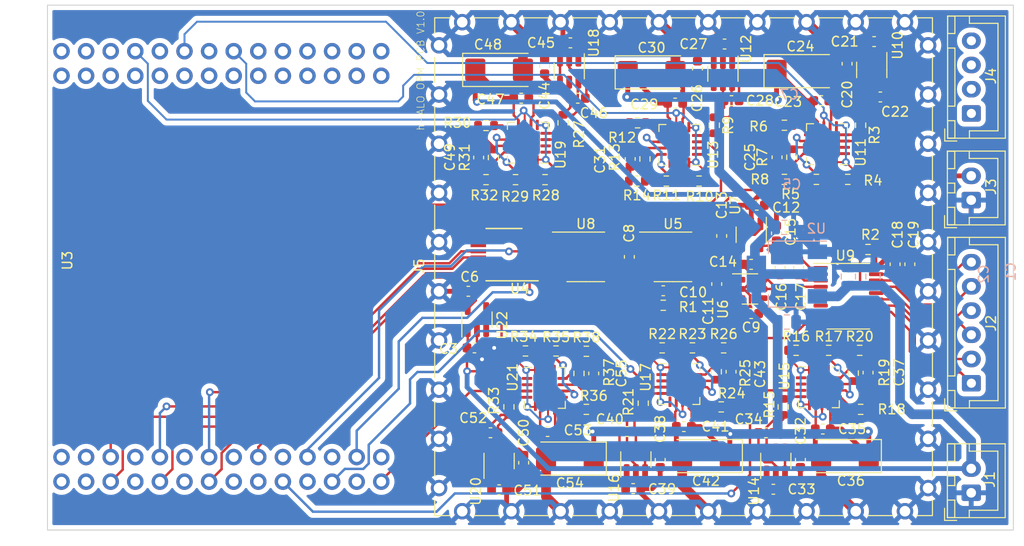
<source format=kicad_pcb>
(kicad_pcb (version 20211014) (generator pcbnew)
  (layers (0 "F.Cu" signal) (31 "B.Cu" signal) (34 "B.Paste" user) (35 "F.Paste" user) (36 "B.SilkS" user "B.Silkscreen") (37 "F.SilkS" user "F.Silkscreen") (38 "B.Mask" user) (39 "F.Mask" user) (44 "Edge.Cuts" user))
  (net 0 "")
  (net 1 "BATT_+11V")
  (net 2 "MUX_VDD_+10V")
  (net 3 "+5V")
  (net 4 "Net-(C10-Pad2)")
  (net 5 "ADC_VREF+")
  (net 6 "GND")
  (net 7 "ADC_AVDD")
  (net 8 "Net-(C10-Pad1)")
  (net 9 "ADC_DVDD")
  (net 10 "Net-(C11-Pad1)")
  (net 11 "/amp1/4.096V")
  (net 12 "/amp1/I1")
  (net 13 "Net-(C13-Pad1)")
  (net 14 "Net-(C21-Pad1)")
  (net 15 "Net-(C27-Pad1)")
  (net 16 "Net-(C33-Pad1)")
  (net 19 "Net-(C39-Pad1)")
  (net 21 "Net-(C45-Pad1)")
  (net 22 "Net-(C51-Pad1)")
  (net 25 "/amp6/4.096V")
  (net 26 "/amp1/+IN4")
  (net 27 "/amp1/VLOGOUT")
  (net 28 "/amp1/-IN4")
  (net 29 "/amp1/VO4")
  (net 30 "/amp2/4.096V")
  (net 31 "/amp2/I1")
  (net 32 "OLED_CURRENT")
  (net 33 "/amp2/+IN4")
  (net 34 "/amp2/VLOGOUT")
  (net 35 "/amp2/-IN4")
  (net 36 "/amp2/VO4")
  (net 37 "OPD2-")
  (net 38 "ADC_MCK")
  (net 39 "ADC_INT")
  (net 40 "ADC_SDO")
  (net 41 "OPD3-")
  (net 42 "ADC_SDI")
  (net 43 "ADC_SCK")
  (net 44 "OPD4-")
  (net 45 "OPD5-")
  (net 46 "OPD1-")
  (net 49 "/amp6/I1")
  (net 50 "OPD6-")
  (net 54 "/amp6/+IN4")
  (net 57 "/amp6/VLOGOUT")
  (net 58 "/amp6/-IN4")
  (net 61 "/amp6/VO4")
  (net 69 "TEMP1")
  (net 70 "OLED1+")
  (net 73 "OPD1+")
  (net 74 "OLED2+")
  (net 77 "OPD2+")
  (net 78 "OLED3+")
  (net 81 "OPD3+")
  (net 82 "OLED4+")
  (net 85 "OPD4+")
  (net 86 "OLED5+")
  (net 89 "OPD5+")
  (net 90 "OLED6+")
  (net 91 "ADC_CS")
  (net 92 "OPD6+")
  (net 93 "OLED1-")
  (net 94 "OLED2-")
  (net 95 "OLED3-")
  (net 96 "OLED4-")
  (net 97 "OLED5-")
  (net 98 "OLED6-")
  (net 101 "OLED_EN")
  (net 102 "OLED_A2")
  (net 103 "OLED_A1")
  (net 104 "OLED_A0")
  (net 116 "/amp3/4.096V")
  (net 119 "/amp4/4.096V")
  (net 125 "/amp5/4.096V")
  (net 127 "Net-(R1-Pad1)")
  (net 128 "/amp3/I1")
  (net 130 "/amp3/+IN4")
  (net 131 "/amp3/VLOGOUT")
  (net 132 "/amp3/-IN4")
  (net 133 "/amp3/VO4")
  (net 134 "/amp4/I1")
  (net 136 "/amp4/+IN4")
  (net 137 "/amp4/VLOGOUT")
  (net 138 "/amp4/-IN4")
  (net 139 "/amp4/VO4")
  (net 146 "/amp5/I1")
  (net 148 "/amp5/+IN4")
  (net 149 "/amp5/VLOGOUT")
  (net 150 "/amp5/-IN4")
  (net 151 "/amp5/VO4")
  (net 155 "ADC_CH0")
  (net 156 "ADC_CH1")
  (net 157 "ADC_CH2")
  (net 158 "ADC_CH3")
  (net 159 "ADC_CH4")
  (net 160 "ADC_CH5")
  (net 161 "ADC_CH6")
  (net 162 "ADC_CH7")
  (footprint "Capacitor_SMD:C_0603_1608Metric" (layer "F.Cu") (at 192.151 107.5635)
    (fp_text reference "C33")
    (fp_text value "0.1µF")
  )
  (footprint "Capacitor_SMD:C_0603_1608Metric" (layer "F.Cu") (at 206.248 84.328 -90)
    (fp_text reference "C19")
    (fp_text value "0.1µF")
  )
  (footprint "Capacitor_SMD:C_0603_1608Metric" (layer "F.Cu") (at 177.368 73.455 90)
    (fp_text reference "C31")
    (fp_text value "1µF")
  )
  (footprint "Capacitor_SMD:C_0603_1608Metric" (layer "F.Cu") (at 177.282 83.566 -90)
    (fp_text reference "C8")
    (fp_text value "1µF")
  )
  (footprint "Resistor_SMD:R_0603_1608Metric" (layer "F.Cu") (at 193.167 99.06 90)
    (fp_text reference "R15")
    (fp_text value "1.62M")
  )
  (footprint "Capacitor_SMD:C_0603_1608Metric" (layer "F.Cu") (at 191.389 101.727 180)
    (fp_text reference "C34")
    (fp_text value "0.1µF")
  )
  (footprint "Resistor_SMD:R_0603_1608Metric" (layer "F.Cu") (at 194.501 93.218)
    (fp_text reference "R16")
    (fp_text value "R")
  )
  (footprint "Connector_JST:JST_XH_B4B-XH-A_1x04_P2.50mm_Vertical" (layer "F.Cu") (at 212.598 68.754 90)
    (fp_text reference "J4")
    (fp_text value "Conn_01x04_Male")
  )
  (footprint "Connector_JST:JST_XH_B2B-XH-A_1x02_P2.50mm_Vertical" (layer "F.Cu") (at 212.581 107.93 90)
    (fp_text reference "J1")
    (fp_text value "Conn_01x02_Male")
  )
  (footprint "Capacitor_SMD:C_0603_1608Metric" (layer "F.Cu") (at 171.196 61.468 180)
    (fp_text reference "C45")
    (fp_text value "0.1µF")
  )
  (footprint "Resistor_SMD:R_0603_1608Metric" (layer "F.Cu") (at 163.2445 73.306 -90)
    (fp_text reference "R31")
    (fp_text value "R")
  )
  (footprint "Package_DFN_QFN:QFN-16-1EP_4x4mm_P0.65mm_EP2.15x2.15mm" (layer "F.Cu") (at 182.448 72.009 180)
    (fp_text reference "U13")
    (fp_text value "LOG114AIRGVR")
  )
  (footprint "Resistor_SMD:R_0603_1608Metric" (layer "F.Cu") (at 186.055 69.977 -90)
    (fp_text reference "R9")
    (fp_text value "1.62M")
  )
  (footprint "Capacitor_SMD:C_0603_1608Metric" (layer "F.Cu") (at 192.853 84.65 90)
    (fp_text reference "C16")
    (fp_text value "0.1µF")
  )
  (footprint "Package_SO:SOIC-8_3.9x4.9mm_P1.27mm" (layer "F.Cu") (at 172.782 83.566)
    (fp_text reference "U8")
    (fp_text value "OPA277UA")
  )
  (footprint "Capacitor_SMD:C_0603_1608Metric" (layer "F.Cu") (at 177.038 101.6 180)
    (fp_text reference "C40")
    (fp_text value "0.1µF")
  )
  (footprint "Capacitor_Tantalum_SMD:CP_EIA-6032-15_Kemet-U" (layer "F.Cu") (at 163.83 64.262)
    (fp_text reference "C48")
    (fp_text value "10µF")
  )
  (footprint "Capacitor_Tantalum_SMD:CP_EIA-6032-15_Kemet-U" (layer "F.Cu") (at 199.5435 104.14 180)
    (fp_text reference "C36")
    (fp_text value "10µF")
  )
  (footprint "Resistor_SMD:R_0603_1608Metric" (layer "F.Cu") (at 178.13 69.723 180)
    (fp_text reference "R12")
    (fp_text value "R")
  )
  (footprint "Package_TO_SOT_SMD:SOT-23-6" (layer "F.Cu") (at 192.405 104.648 90)
    (fp_text reference "U14")
    (fp_text value "MAX6070AAUT41+T")
  )
  (footprint "Package_TO_SOT_SMD:SOT-23-6" (layer "F.Cu") (at 177.954 104.495 90)
    (fp_text reference "U16")
    (fp_text value "MAX6070AAUT41+T")
  )
  (footprint "Resistor_SMD:R_0603_1608Metric" (layer "F.Cu") (at 196.596 75.565 180)
    (fp_text reference "R5")
    (fp_text value "R")
  )
  (footprint "Capacitor_SMD:C_0603_1608Metric" (layer "F.Cu") (at 187.113 61.5895 180)
    (fp_text reference "C27")
    (fp_text value "0.1µF")
  )
  (footprint "Capacitor_SMD:C_0603_1608Metric" (layer "F.Cu") (at 186.817 81.4015 90)
    (fp_text reference "C13")
    (fp_text value "10nF")
  )
  (footprint "Capacitor_SMD:C_0603_1608Metric" (layer "F.Cu") (at 180.467 104.521 -90)
    (fp_text reference "C38")
    (fp_text value "0.1µF")
  )
  (footprint "Capacitor_SMD:C_0603_1608Metric" (layer "F.Cu") (at 189.8595 89.421 180)
    (fp_text reference "C9")
    (fp_text value "0.1µF")
  )
  (footprint "Package_DFN_QFN:QFN-16-1EP_4x4mm_P0.65mm_EP2.15x2.15mm" (layer "F.Cu") (at 197.688 71.931 180)
    (fp_text reference "U11")
    (fp_text value "LOG114AIRGVR")
  )
  (footprint "Connector_JST:JST_XH_B2B-XH-A_1x02_P2.50mm_Vertical" (layer "F.Cu") (at 212.581 77.704 90)
    (fp_text reference "J3")
    (fp_text value "Conn_01x02_Male")
  )
  (footprint "Package_DFN_QFN:QFN-16-1EP_4x4mm_P0.65mm_EP2.15x2.15mm" (layer "F.Cu") (at 166.8005 71.782 180)
    (fp_text reference "U19")
    (fp_text value "LOG114AIRGVR")
  )
  (footprint "Capacitor_Tantalum_SMD:CP_EIA-6032-15_Kemet-U" (layer "F.Cu") (at 194.945 64.389)
    (fp_text reference "C24")
    (fp_text value "10µF")
  )
  (footprint "Capacitor_SMD:C_0603_1608Metric" (layer "F.Cu") (at 187.833 67.437)
    (fp_text reference "C28")
    (fp_text value "0.1µF")
  )
  (footprint "h-ALO:h-ALO-sensor" (layer "F.Cu") (at 134.62 84.328 90)
    (fp_text reference "U3")
    (fp_text value "h-ALO-sensor")
  )
  (footprint "Package_TO_SOT_SMD:SOT-23-5" (layer "F.Cu") (at 189.865 81.28 -90)
    (fp_text reference "U7")
    (fp_text value "LP2985-3.6")
  )
  (footprint "Capacitor_SMD:C_0603_1608Metric" (layer "F.Cu") (at 197.104 67.437)
    (fp_text reference "C23")
    (fp_text value "1000pF")
  )
  (footprint "Capacitor_SMD:C_0603_1608Metric" (layer "F.Cu") (at 204.724 84.328 -90)
    (fp_text reference "C18")
    (fp_text value "0.1uF")
  )
  (footprint "Capacitor_Tantalum_SMD:CP_EIA-6032-15_Kemet-U" (layer "F.Cu") (at 171.1395 104.394 180)
    (fp_text reference "C54")
    (fp_text value "10µF")
  )
  (footprint "Connector_JST:JST_XH_B6B-XH-A_1x06_P2.50mm_Vertical" (layer "F.Cu") (at 212.598 96.614 90)
    (fp_text reference "J2")
    (fp_text value "Conn_01x06_Male")
  )
  (footprint "Resistor_SMD:R_0603_1608Metric" (layer "F.Cu") (at 181.102 75.741 180)
    (fp_text reference "R11")
    (fp_text value "R")
  )
  (footprint "Resistor_SMD:R_0603_1608Metric" (layer "F.Cu") (at 172.0795 95.602 90)
    (fp_text reference "R37")
    (fp_text value "R")
  )
  (footprint "Package_DFN_QFN:QFN-16-1EP_4x4mm_P0.65mm_EP2.15x2.15mm" (layer "F.Cu") (at 196.85 97.028)
    (fp_text reference "U15")
    (fp_text value "LOG114AIRGVR")
  )
  (footprint "Resistor_SMD:R_0603_1608Metric" (layer "F.Cu") (at 180.6715 92.964)
    (fp_text reference "R22")
    (fp_text value "R")
  )
  (footprint "Resistor_SMD:R_0603_1608Metric" (layer "F.Cu") (at 186.2595 95.426 90)
    (fp_text reference "R25")
    (fp_text value "R")
  )
  (footprint "Capacitor_SMD:C_0603_1608Metric" (layer "F.Cu") (at 160.655 87.122 180)
    (fp_text reference "C6")
    (fp_text value "1µF")
  )
  (footprint "Resistor_SMD:R_0603_1608Metric" (layer "F.Cu") (at 183.7955 92.964)
    (fp_text reference "R23")
    (fp_text value "R")
  )
  (footprint "Resistor_SMD:R_0603_1608Metric" (layer "F.Cu") (at 172.8415 93.316)
    (fp_text reference "R38")
    (fp_text value "3k")
  )
  (footprint "Resistor_SMD:R_0603_1608Metric" (layer "F.Cu") (at 197.866 93.218)
    (fp_text reference "R17")
    (fp_text value "R")
  )
  (footprint "Package_TO_SOT_SMD:SOT-23-6" (layer "F.Cu") (at 186.944 64.6375 -90)
    (fp_text reference "U12")
    (fp_text value "MAX6070AAUT41+T")
  )
  (footprint "Resistor_SMD:R_0603_1608Metric" (layer "F.Cu") (at 165.5305 75.592 180)
    (fp_text reference "R29")
    (fp_text value "R")
  )
  (footprint "Capacitor_Tantalum_SMD:CP_EIA-6032-15_Kemet-U" (layer "F.Cu") (at 179.578 64.516)
    (fp_text reference "C30")
    (fp_text value "10µF")
  )
  (footprint "Resistor_SMD:R_0603_1608Metric" (layer "F.Cu") (at 194.056 73.279 -90)
    (fp_text reference "R7")
    (fp_text value "R")
  )
  (footprint "Package_DFN_QFN:QFN-16-1EP_4x4mm_P0.65mm_EP2.15x2.15mm" (layer "F.Cu") (at 182.4495 96.696)
    (fp_text reference "U17")
    (fp_text value "LOG114AIRGVR")
  )
  (footprint "Resistor_SMD:R_0603_1608Metric" (layer "F.Cu") (at 180.782 88.566 180)
    (fp_text reference "R1")
    (fp_text value "R")
  )
  (footprint "Resistor_SMD:R_0603_1608Metric" (layer "F.Cu") (at 172.8415 99.314)
    (fp_text reference "R36")
    (fp_text value "R")
  )
  (footprint "Package_DFN_QFN:QFN-16-1EP_4x4mm_P0.65mm_EP2.15x2.15mm" (layer "F.Cu") (at 168.5555 97.094)
    (fp_text reference "U21")
    (fp_text value "LOG114AIRGVR")
  )
  (footprint "Resistor_SMD:R_0603_1608Metric" (layer "F.Cu") (at 168.5785 75.592 180)
    (fp_text reference "R28")
    (fp_text value "R")
  )
  (footprint "Capacitor_SMD:C_0603_1608Metric" (layer "F.Cu") (at 194.945 104.5155 -90)
    (fp_text reference "C32")
    (fp_text value "0.1µF")
  )
  (footprint "Resistor_SMD:R_0603_1608Metric" (layer "F.Cu") (at 162.4825 75.592 180)
    (fp_text reference "R32")
    (fp_text value "3k")
  )
  (footprint "Capacitor_SMD:C_0603_1608Metric" (layer "F.Cu") (at 197.2575 101.346 180)
    (fp_text reference "C35")
    (fp_text value "1000pF")
  )
  (footprint "Package_TO_SOT_SMD:SOT-23-6" (layer "F.Cu") (at 202.311 64.262 -90)
    (fp_text reference "U10")
    (fp_text value "MAX6070AAUT41+T")
  )
  (footprint "Capacitor_SMD:C_0603_1608Metric" (layer "F.Cu") (at 199.764 63.6215 90)
    (fp_text reference "C20")
    (fp_text value "0.1µF")
  )
  (footprint "Capacitor_SMD:C_0603_1608Metric" (layer "F.Cu") (at 194.758 84.65 90)
    (fp_text reference "C17")
    (fp_text value "0.1µF")
  )
  (footprint "Capacitor_SMD:C_0603_1608Metric" (layer "F.Cu") (at 163.83 107.6185)
    (fp_text reference "C51")
    (fp_text value "0.1µF")
  )
  (footprint "Capacitor_SMD:C_0603_1608Metric" (layer "F.Cu") (at 166.37 104.8245 -90)
    (fp_text reference "C50")
    (fp_text value "0.1µF")
  )
  (footprint "Resistor_SMD:R_0603_1608Metric" (layer "F.Cu") (at 169.7105 93.284)
    (fp_text reference "R35")
    (fp_text value "R")
  )
  (footprint "Resistor_SMD:R_0603_1608Metric" (layer "F.Cu") (at 193.294 69.977 180)
    (fp_text reference "R6")
    (fp_text value "R")
  )
  (footprint "Package_SO:TSSOP-20_4.4x6.5mm_P0.65mm" (layer "F.Cu") (at 199.898 87.63)
    (fp_text reference "U9")
    (fp_text value "MCP3564-E/ST")
  )
  (footprint "Resistor_SMD:R_0603_1608Metric" (layer "F.Cu") (at 164.846 99.06 90)
    (fp_text reference "R33")
    (fp_text value "1.62M")
  )
  (footprint "Capacitor_SMD:C_0603_1608Metric" (layer "F.Cu") (at 203.2 67.056)
    (fp_text reference "C22")
    (fp_text value "0.1µF")
  )
  (footprint "Resistor_SMD:R_0603_1608Metric" (layer "F.Cu") (at 187.0215 92.964)
    (fp_text reference "R26")
    (fp_text value "3k")
  )
  (footprint "Capacitor_SMD:C_0603_1608Metric" (layer "F.Cu") (at 192.471 81.1345 90)
    (fp_text reference "C15")
    (fp_text value "2.2uF")
  )
  (footprint "Capacitor_SMD:C_0603_1608Metric" (layer "F.Cu") (at 162.941 101.727 180)
    (fp_text reference "C52")
    (fp_text value "0.1µF")
  )
  (footprint "Package_TO_SOT_SMD:SOT-23-6" (layer "F.Cu") (at 171.069 64.389 -90)
    (fp_text reference "U18")
    (fp_text value "MAX6070AAUT41+T")
  )
  (footprint "Package_TO_SOT_SMD:SOT-23-5" (layer "F.Cu") (at 161.544 90.043 90)
    (fp_text reference "U22")
    (fp_text value "MCP1804x-A002xOT")
  )
  (footprint "Package_TO_SOT_SMD:SOT-23-6" (layer "F.Cu") (at 163.83 104.648 90)
    (fp_text reference "U20")
    (fp_text value "MAX6070AAUT41+T")
  )
  (footprint "Resistor_SMD:R_0603_1608Metric" (layer "F.Cu") (at 201.168 99.314)
    (fp_text reference "R18")
    (fp_text value "R")
  )
  (footprint "Capacitor_SMD:C_0603_1608Metric" (layer "F.Cu") (at 201.93 95.517 -90)
    (fp_text reference "C37")
    (fp_text value "1µF")
  )
  (footprint "Resistor_SMD:R_0603_1608Metric" (layer "F.Cu") (at 178.7155 98.679 90)
    (fp_text reference "R21")
    (fp_text value "1.62M")
  )
  (footprint "Resistor_SMD:R_0603_1608Metric" (layer "F.Cu") (at 162.4825 70.004 180)
    (fp_text reference "R30")
    (fp_text value "R")
  )
  (footprint "Capacitor_SMD:C_0603_1608Metric" (layer "F.Cu") (at 161.29 92.964)
    (fp_text reference "C3")
    (fp_text value "1uF")
  )
  (footprint "Capacitor_SMD:C_0603_1608Metric" (layer "F.Cu") (at 177.673 107.495)
    (fp_text reference "C39")
    (fp_text value "0.1µF")
  )
  (footprint "Capacitor_SMD:C_0603_1608Metric" (layer "F.Cu") (at 166.116 67.183)
    (fp_text reference "C47")
    (fp_text value "1000pF")
  )
  (footprint "Capacitor_SMD:C_0603_1608Metric" (layer "F.Cu") (at 189.8595 84.341 180)
    (fp_text reference "C14")
    (fp_text value "0.1µF")
  )
  (footprint "Package_TO_SOT_SMD:SOT-23-6" (layer "F.Cu") (at 189.738 86.881)
    (fp_text reference "U6")
    (fp_text value "MAX6070AAUT12+T")
  )
  (footprint "Capacitor_SMD:C_0603_1608Metric" (layer "F.Cu") (at 171.958 67.183)
    (fp_text reference "C46")
    (fp_text value "0.1µF")
  )
  (footprint "Resistor_SMD:R_0603_1608Metric" (layer "F.Cu") (at 178.892 73.455 -90)
    (fp_text reference "R13")
    (fp_text value "R")
  )
  (footprint "Resistor_SMD:R_0603_1608Metric" (layer "F.Cu") (at 199.835 75.565 180)
    (fp_text reference "R4")
    (fp_text value "R")
  )
  (footprint "Resistor_SMD:R_0603_1608Metric" (layer "F.Cu") (at 201.168 69.977 -90)
    (fp_text reference "R3")
    (fp_text value "1.62M")
  )
  (footprint "Capacitor_SMD:C_0603_1608Metric" (layer "F.Cu") (at 192.532 73.279 90)
    (fp_text reference "C25")
    (fp_text value "1µF")
  )
  (footprint "Capacitor_SMD:C_0603_1608Metric" (layer "F.Cu") (at 186.3035 86.373 -90)
    (fp_text reference "C11")
    (fp_text value "0.1µF")
  )
  (footprint "Capacitor_SMD:C_0603_1608Metric" (layer "F.Cu") (at 184.319 64.1295 90)
    (fp_text reference "C26")
    (fp_text value "0.1µF")
  )
  (footprint "Resistor_SMD:R_0603_1608Metric" (layer "F.Cu") (at 166.5555 93.284)
    (fp_text reference "R34")
    (fp_text value "R")
  )
  (footprint "Resistor_SMD:R_0603_1608Metric" (layer "F.Cu") (at 184.48 75.741 180)
    (fp_text reference "R10")
    (fp_text value "R")
  )
  (footprint "Capacitor_SMD:C_0603_1608Metric" (layer "F.Cu") (at 190.439 78.232 180)
    (fp_text reference "C12")
    (fp_text value "1uF")
  )
  (footprint "Capacitor_SMD:C_0603_1608Metric" (layer "F.Cu") (at 180.782 87.066 180)
    (fp_text reference "C10")
    (fp_text value "1µF")
  )
  (footprint "Capacitor_SMD:C_0603_1608Metric" (layer "F.Cu") (at 161.7205 73.306 90)
    (fp_text reference "C49")
    (fp_text value "1µF")
  )
  (footprint "Capacitor_Tantalum_SMD:CP_EIA-6032-15_Kemet-U" (layer "F.Cu") (at 185.1925 104.14 180)
    (fp_text reference "C42")
    (fp_text value "10µF")
  )
  (footprint "Resistor_SMD:R_0603_1608Metric" (layer "F.Cu") (at 178.054 75.741 180)
    (fp_text reference "R14")
    (fp_text value "3k")
  )
  (footprint "Resistor_SMD:R_0603_1608Metric" (layer "F.Cu") (at 200.406 95.567 90)
    (fp_text reference "R19")
    (fp_text value "R")
  )
  (footprint "Capacitor_SMD:C_0603_1608Metric" (layer "F.Cu") (at 202.558 61.3355 180)
    (fp_text reference "C21")
    (fp_text value "0.1µF")
  )
  (footprint "Capacitor_SMD:C_0603_1608Metric" (layer "F.Cu") (at 168.529 63.881 90)
    (fp_text reference "C44")
    (fp_text value "0.1µF")
  )
  (footprint "Capacitor_SMD:C_0603_1608Metric" (layer "F.Cu") (at 182.01 67.691)
    (fp_text reference "C29")
    (fp_text value "1000pF")
  )
  (footprint "Capacitor_SMD:C_0603_1608Metric" (layer "F.Cu") (at 173.6035 95.602 -90)
    (fp_text reference "C55")
    (fp_text value "1µF")
  )
  (footprint "Package_SO:SOIC-8_3.9x4.9mm_P1.27mm" (layer "F.Cu") (at 181.782 83.566)
    (fp_text reference "U5")
    (fp_text value "REF102BU")
  )
  (footprint "Capacitor_SMD:C_0603_1608Metric" (layer "F.Cu") (at 187.7835 95.426 -90)
    (fp_text reference "C43")
    (fp_text value "1µF")
  )
  (footprint "Capacitor_SMD:C_0603_1608Metric" (layer "F.Cu") (at 168.8415 101.6 180)
    (fp_text reference "C53")
    (fp_text value "1000pF")
  )
  (footprint "Resistor_SMD:R_0603_1608Metric" (layer "F.Cu") (at 201.0675 93.218)
    (fp_text reference "R20")
    (fp_text value "3k")
  )
  (footprint "Resistor_SMD:R_0603_1608Metric" (layer "F.Cu") (at 201.93 82.804 180)
    (fp_text reference "R2")
    (fp_text value "10k")
  )
  (footprint "Capacitor_SMD:C_0603_1608Metric" (layer "F.Cu") (at 182.9065 101.092 180)
    (fp_text reference "C41")
    (fp_text value "1000pF")
  )
  (footprint "Resistor_SMD:R_0603_1608Metric" (layer "F.Cu") (at 170.434 69.723 -90)
    (fp_text reference "R27")
    (fp_text value "1.62M")
  )
  (footprint "RF_Shielding:Wuerth_36503505_50x50mm" (layer "F.Cu") (at 182.88 84.582)
    (fp_text reference "J5")
    (fp_text value "RFShield_OnePiece")
  )
  (footprint "Resistor_SMD:R_0603_1608Metric" (layer "F.Cu") (at 186.7675 99.06)
    (fp_text reference "R24")
    (fp_text value "R")
  )
  (footprint "Resistor_SMD:R_0603_1608Metric" (layer "F.Cu") (at 193.294 75.565 180)
    (fp_text reference "R8")
    (fp_text value "3k")
  )
  (footprint "Package_SO:QSOP-16_3.9x4.9mm_P0.635mm" (layer "F.Cu") (at 164.338 83.312 180)
    (fp_text reference "U4")
    (fp_text value "ADG658YRQZ-REEL7")
  )
  (footprint "Capacitor_SMD:C_0805_2012Metric" (layer "B.Cu") (at 199.898 85.598 90)
    (fp_text reference "C2")
    (fp_text value "1uF")
  )
  (footprint "Capacitor_SMD:C_0805_2012Metric" (layer "B.Cu") (at 193.294 80.518)
    (fp_text reference "C7")
    (fp_text value "1uF")
  )
  (footprint "Capacitor_SMD:C_0805_2012Metric" (layer "B.Cu") (at 202.438 85.598 90)
    (fp_text reference "C1")
    (fp_text value "1uF")
  )
  (footprint "Package_TO_SOT_SMD:SOT-223-3_TabPin2" (layer "B.Cu") (at 193.548 85.344 180)
    (fp_text reference "U2")
    (fp_text value "LM1117-5.0")
  )
  (footprint "Capacitor_SMD:C_0805_2012Metric" (layer "B.Cu") (at 193.548 90.297)
    (fp_text reference "C5")
    (fp_text value "1uF")
  )
  (gr_rect (start 117.192 57.574) (end 216.934 111.774) (layer "Edge.Cuts") (width 0.1) (fill none))
  (segment (start 164.084 90.4955) (end 162.494 88.9055) (width 0.25) (layer "F.Cu") (net 1))
  (segment (start 160.594 91.1805) (end 160.594 92.885) (width 0.25) (layer "F.Cu") (net 1))
  (segment (start 160.528 95.377) (end 163.068 95.377) (width 0.25) (layer "F.Cu") (net 1))
  (segment (start 179.307 82.931) (end 175.257 82.931) (width 0.25) (layer "F.Cu") (net 1))
  (segment (start 163.068 95.377) (end 164.084 94.361) (width 0.25) (layer "F.Cu") (net 1))
  (segment (start 160.515 95.364) (end 160.515 92.964) (width 0.25) (layer "F.Cu") (net 1))
  (segment (start 160.594 92.885) (end 160.515 92.964) (width 0.25) (layer "F.Cu") (net 1))
  (segment (start 164.084 94.361) (end 164.084 90.4955) (width 0.25) (layer "F.Cu") (net 1))
  (segment (start 160.528 95.377) (end 160.515 95.364) (width 0.25) (layer "F.Cu") (net 1))
  (via (at 160.528 95.377) (size 0.8) (drill 0.4) (layers "F.Cu" "B.Cu") (net 1))
  (segment (start 202.438 86.548) (end 199.898 86.548) (width 1) (layer "B.Cu") (net 1))
  (segment (start 212.581 102.599) (end 212.581 105.43) (width 1) (layer "B.Cu") (net 1))
  (segment (start 205.232 98.552) (end 206.502 99.822) (width 1) (layer "B.Cu") (net 1))
  (segment (start 198.802 87.644) (end 199.898 86.548) (width 1) (layer "B.Cu") (net 1))
  (segment (start 168.93 105.43) (end 212.581 105.43) (width 0.5) (layer "B.Cu") (net 1))
  (segment (start 160.528 97.028) (end 168.93 105.43) (width 0.5) (layer "B.Cu") (net 1))
  (segment (start 196.698 87.644) (end 198.802 87.644) (width 1) (layer "B.Cu") (net 1))
  (segment (start 203.388 86.548) (end 205.232 88.392) (width 1) (layer "B.Cu") (net 1))
  (segment (start 205.232 88.392) (end 205.232 98.552) (width 1) (layer "B.Cu") (net 1))
  (segment (start 202.438 86.548) (end 203.388 86.548) (width 1) (layer "B.Cu") (net 1))
  (segment (start 160.528 95.377) (end 160.528 97.028) (width 0.5) (layer "B.Cu") (net 1))
  (segment (start 206.502 99.822) (end 209.804 99.822) (width 1) (layer "B.Cu") (net 1))
  (segment (start 209.804 99.822) (end 212.581 102.599) (width 1) (layer "B.Cu") (net 1))
  (segment (start 161.43 88.0695) (end 160.594 88.9055) (width 0.25) (layer "F.Cu") (net 2))
  (segment (start 161.43 87.122) (end 161.43 88.0695) (width 0.25) (layer "F.Cu") (net 2))
  (segment (start 161.6837 86.8683) (end 161.43 87.122) (width 0.25) (layer "F.Cu") (net 2))
  (segment (start 161.6837 85.5345) (end 161.6837 86.8683) (width 0.25) (layer "F.Cu") (net 2))
  (segment (start 161.3675 67.3875) (end 161.544 67.564) (width 0.5) (layer "F.Cu") (net 3))
  (segment (start 196.329 69.202) (end 196.329 67.437) (width 0.25) (layer "F.Cu") (net 3))
  (segment (start 165.8255 69.4325) (end 165.341 68.948) (width 0.25) (layer "F.Cu") (net 3))
  (segment (start 190.815 80.1425) (end 190.815 79.314) (width 0.25) (layer "F.Cu") (net 3))
  (segment (start 165.831 103.5105) (end 166.37 104.0495) (width 0.5) (layer "F.Cu") (net 3))
  (segment (start 181.473 70.1715) (end 181.473 69.332) (width 0.25) (layer "F.Cu") (net 3))
  (segment (start 199.212 101.346) (end 202.006 104.14) (width 0.5) (layer "F.Cu") (net 3))
  (segment (start 187.655 101.905) (end 187.706 101.854) (width 0.5) (layer "F.Cu") (net 3))
  (segment (start 193.355 103.5105) (end 194.715 103.5105) (width 0.5) (layer "F.Cu") (net 3))
  (segment (start 164.78 103.5105) (end 165.831 103.5105) (width 0.5) (layer "F.Cu") (net 3))
  (segment (start 198.0325 99.073) (end 198.0325 101.346) (width 0.25) (layer "F.Cu") (net 3))
  (segment (start 198.0325 101.346) (end 199.212 101.346) (width 0.5) (layer "F.Cu") (net 3))
  (segment (start 190.6345 88.072) (end 190.8755 87.831) (width 0.25) (layer "F.Cu") (net 3))
  (segment (start 188.915 80.1425) (end 188.915 80.838) (width 0.25) (layer "F.Cu") (net 3))
  (segment (start 193.355 103.5105) (end 193.355 105.7855) (width 0.25) (layer "F.Cu") (net 3))
  (segment (start 169.164 65.659) (end 169.9865 65.659) (width 0.5) (layer "F.Cu") (net 3))
  (segment (start 184.319 64.9045) (end 184.319 65.066) (width 0.5) (layer "F.Cu") (net 3))
  (segment (start 190.6345 89.421) (end 190.6345 88.072) (width 0.25) (layer "F.Cu") (net 3))
  (segment (start 185.039 65.786) (end 185.983 65.786) (width 0.5) (layer "F.Cu") (net 3))
  (segment (start 183.4245 99.197) (end 183.7145 99.487) (width 0.25) (layer "F.Cu") (net 3))
  (segment (start 202.006 101.676) (end 201.93 101.6) (width 0.5) (layer "F.Cu") (net 3))
  (segment (start 169.5305 98.9315) (end 169.5305 99.749) (width 0.25) (layer "F.Cu") (net 3))
  (segment (start 190.815 79.314) (end 191.214 78.915) (width 0.25) (layer "F.Cu") (net 3))
  (segment (start 177.1155 64.516) (end 177.1155 66.9785) (width 0.5) (layer "F.Cu") (net 3))
  (segment (start 165.341 68.948) (end 165.341 67.183) (width 0.25) (layer "F.Cu") (net 3))
  (segment (start 189.357 81.28) (end 190.246 81.28) (width 0.25) (layer "F.Cu") (net 3))
  (segment (start 201.361 63.1245) (end 201.361 65.3995) (width 0.25) (layer "F.Cu") (net 3))
  (segment (start 190.815 80.711) (end 190.815 80.1425) (width 0.25) (layer "F.Cu") (net 3))
  (segment (start 178.904 103.3575) (end 178.904 105.6325) (width 0.25) (layer "F.Cu") (net 3))
  (segment (start 200.4005 65.3995) (end 201.361 65.3995) (width 0.5) (layer "F.Cu") (net 3))
  (segment (start 188.915 80.838) (end 189.357 81.28) (width 0.25) (layer "F.Cu") (net 3))
  (segment (start 165.8255 69.9445) (end 165.8255 69.4325) (width 0.25) (layer "F.Cu") (net 3))
  (segment (start 161.3675 64.262) (end 161.3675 67.3875) (width 0.5) (layer "F.Cu") (net 3))
  (segment (start 168.529 64.656) (end 168.529 65.024) (width 0.5) (layer "F.Cu") (net 3))
  (segment (start 169.5305 99.749) (end 169.6165 99.835) (width 0.25) (layer "F.Cu") (net 3))
  (segment (start 164.78 103.5105) (end 164.78 105.7855) (width 0.25) (layer "F.Cu") (net 3))
  (segment (start 170.808 101.6) (end 173.602 104.394) (width 0.5) (layer "F.Cu") (net 3))
  (segment (start 185.983 65.786) (end 185.994 65.775) (width 0.5) (layer "F.Cu") (net 3))
  (segment (start 177.1155 66.9785) (end 177.038 67.056) (width 0.5) (layer "F.Cu") (net 3))
  (segment (start 183.7145 99.487) (end 183.7145 101.6) (width 0.25) (layer "F.Cu") (net 3))
  (segment (start 173.602 101.72) (end 173.482 101.6) (width 0.5) (layer "F.Cu") (net 3))
  (segment (start 187.655 104.14) (end 187.655 101.905) (width 0.5) (layer "F.Cu") (net 3))
  (segment (start 178.904 103.3575) (end 180.0785 103.3575) (width 0.5) (layer "F.Cu") (net 3))
  (segment (start 185.994 63.5) (end 185.994 65.775) (width 0.25) (layer "F.Cu") (net 3))
  (segment (start 173.602 104.394) (end 173.602 101.72) (width 0.5) (layer "F.Cu") (net 3))
  (segment (start 164.2885 67.183) (end 161.3675 64.262) (width 0.5) (layer "F.Cu") (net 3))
  (segment (start 183.4245 98.5335) (end 183.4245 99.197) (width 0.25) (layer "F.Cu") (net 3))
  (segment (start 190.246 81.28) (end 190.815 80.711) (width 0.25) (layer "F.Cu") (net 3))
  (segment (start 192.4825 64.389) (end 192.4825 67.2605) (width 0.5) (layer "F.Cu") (net 3))
  (segment (start 196.329 67.437) (end 195.5305 67.437) (width 0.5) (layer "F.Cu") (net 3))
  (segment (start 181.235 67.691) (end 180.2905 67.691) (width 0.5) (layer "F.Cu") (net 3))
  (segment (start 170.119 63.2515) (end 170.119 65.5265) (width 0.25) (layer "F.Cu") (net 3))
  (segment (start 180.2905 67.691) (end 177.1155 64.516) (width 0.5) (layer "F.Cu") (net 3))
  (segment (start 181.473 69.332) (end 181.235 69.094) (width 0.25) (layer "F.Cu") (net 3))
  (segment (start 196.713 70.0935) (end 196.713 69.586) (width 0.25) (layer "F.Cu") (net 3))
  (segment (start 184.319 65.066) (end 185.039 65.786) (width 0.5) (layer "F.Cu") (net 3))
  (segment (start 196.713 69.586) (end 196.329 69.202) (width 0.25) (layer "F.Cu") (net 3))
  (segment (start 192.4825 67.2605) (end 192.532 67.31) (width 0.5) (layer "F.Cu") (net 3))
  (segment (start 169.6165 101.6) (end 170.808 101.6) (width 0.5) (layer "F.Cu") (net 3))
  (segment (start 169.9865 65.659) (end 170.119 65.5265) (width 0.5) (layer "F.Cu") (net 3))
  (segment (start 180.0785 103.3575) (end 180.467 103.746) (width 0.5) (layer "F.Cu") (net 3))
  (segment (start 169.6165 99.835) (end 169.6165 101.6) (width 0.25) (layer "F.Cu") (net 3))
  (segment (start 194.715 103.5105) (end 194.945 103.7405) (width 0.5) (layer "F.Cu") (net 3))
  (segment (start 191.214 78.915) (end 191.214 78.232) (width 0.25) (layer "F.Cu") (net 3))
  (segment (start 165.341 67.183) (end 164.2885 67.183) (width 0.5) (layer "F.Cu") (net 3))
  (segment (start 168.529 65.024) (end 169.164 65.659) (width 0.5) (layer "F.Cu") (net 3))
  (segment (start 184.607 101.092) (end 187.655 104.14) (width 0.5) (layer "F.Cu") (net 3))
  (segment (start 181.235 69.094) (end 181.235 67.691) (width 0.25) (layer "F.Cu") (net 3))
  (segment (start 183.6815 101.092) (end 184.607 101.092) (width 0.5) (layer "F.Cu") (net 3))
  (segment (start 202.006 104.14) (end 202.006 101.676) (width 0.5) (layer "F.Cu") (net 3))
  (segment (start 195.5305 67.437) (end 192.4825 64.389) (width 0.5) (layer "F.Cu") (net 3))
  (segment (start 199.764 64.3965) (end 199.764 64.763) (width 0.5) (layer "F.Cu") (net 3))
  (segment (start 199.764 64.763) (end 200.4005 65.3995) (width 0.5) (layer "F.Cu") (net 3))
  (segment (start 197.825 98.8655) (end 198.0325 99.073) (width 0.25) (layer "F.Cu") (net 3))
  (via (at 192.532 67.31) (size 0.8) (drill 0.4) (layers "F.Cu" "B.Cu") (net 3))
  (via (at 161.544 67.564) (size 0.8) (drill 0.4) (layers "F.Cu" "B.Cu") (net 3))
  (via (at 177.038 67.056) (size 0.8) (drill 0.4) (layers "F.Cu" "B.Cu") (net 3))
  (via (at 173.482 101.6) (size 0.8) (drill 0.4) (layers "F.Cu" "B.Cu") (net 3))
  (via (at 187.706 101.854) (size 0.8) (drill 0.4) (layers "F.Cu" "B.Cu") (net 3))
  (via (at 201.93 101.6) (size 0.8) (drill 0.4) (layers "F.Cu" "B.Cu") (net 3))
  (segment (start 161.544 67.564) (end 169.7228 67.564) (width 0.5) (layer "B.Cu") (net 3))
  (segment (start 192.344 80.518) (end 188.8566 77.0306) (width 1) (layer "B.Cu") (net 3))
  (segment (start 192.344 80.518) (end 192.278 80.518) (width 1) (layer "B.Cu") (net 3))
  (segment (start 186.563 74.737) (end 186.563 67.056) (width 1) (layer "B.Cu") (net 3))
  (segment (start 192.532 67.31) (end 192.344 67.498) (width 0.5) (layer "B.Cu") (net 3))
  (segment (start 179.2732 77.1144) (end 188.7728 77.1144) (width 0.5) (layer "B.Cu") (net 3))
  (segment (start 192.598 101.539) (end 192.913 101.854) (width 1) (layer "B.Cu") (net 3))
  (segment (start 192.278 80.518) (end 190.246 82.55) (width 1) (layer "B.Cu") (net 3))
  (segment (start 187.452 101.6) (end 187.706 101.854) (width 1) (layer "B.Cu") (net 3))
  (segment (start 177.038 67.056) (end 186.563 67.056) (width 1) (layer "B.Cu") (net 3))
  (segment (start 186.563 67.056) (end 192.278 67.056) (width 1) (layer "B.Cu") (net 3))
  (segment (start 192.598 90.297) (end 192.598 101.539) (width 1) (layer "B.Cu") (net 3))
  (segment (start 173.482 101.6) (end 187.452 101.6) (width 1) (layer "B.Cu") (net 3))
  (segment (start 192.278 67.056) (end 192.532 67.31) (width 1) (layer "B.Cu") (net 3))
  (segment (start 201.676 101.854) (end 201.93 101.6) (width 1) (layer "B.Cu") (net 3))
  (segment (start 188.7728 77.1144) (end 188.8566 77.0306) (width 0.5) (layer "B.Cu") (net 3))
  (segment (start 190.398 88.097) (end 192.598 90.297) (width 1) (layer "B.Cu") (net 3))
  (segment (start 190.246 85.192) (end 190.398 85.344) (width 1) (layer "B.Cu") (net 3))
  (segment (start 190.398 85.344) (end 190.398 88.097) (width 1) (layer "B.Cu") (net 3))
  (segment (start 188.8566 77.0306) (end 186.563 74.737) (width 1) (layer "B.Cu") (net 3))
  (segment (start 192.913 101.854) (end 201.676 101.854) (width 1) (layer "B.Cu") (net 3))
  (segment (start 187.706 101.854) (end 192.913 101.854) (width 1) (layer "B.Cu") (net 3))
  (segment (start 196.698 85.344) (end 190.398 85.344) (width 1) (layer "B.Cu") (net 3))
  (segment (start 169.7228 67.564) (end 179.2732 77.1144) (width 0.5) (layer "B.Cu") (net 3))
  (segment (start 190.246 82.55) (end 190.246 85.192) (width 1) (layer "B.Cu") (net 3))
  (segment (start 177.282 84.962) (end 177.282 84.341) (width 0.25) (layer "F.Cu") (net 4))
  (segment (start 180.007 86.171) (end 179.307 85.471) (width 0.25) (layer "F.Cu") (net 4))
  (segment (start 172.847 82.931) (end 170.307 82.931) (width 0.25) (layer "F.Cu") (net 4))
  (segment (start 179.307 85.471) (end 177.791 85.471) (width 0.25) (layer "F.Cu") (net 4))
  (segment (start 174.117 84.201) (end 172.847 82.931) (width 0.25) (layer "F.Cu") (net 4))
  (segment (start 177.791 85.471) (end 177.282 84.962) (width 0.25) (layer "F.Cu") (net 4))
  (segment (start 177.142 84.201) (end 177.282 84.341) (width 0.25) (layer "F.Cu") (net 4))
  (segment (start 175.257 84.201) (end 177.142 84.201) (width 0.25) (layer "F.Cu") (net 4))
  (segment (start 175.257 84.201) (end 174.117 84.201) (width 0.25) (layer "F.Cu") (net 4))
  (segment (start 180.007 87.066) (end 180.007 86.171) (width 0.25) (layer "F.Cu") (net 4))
  (segment (start 192.319 86.655) (end 197.0355 86.655) (width 0.25) (layer "F.Cu") (net 5))
  (segment (start 191.595 85.931) (end 192.319 86.655) (width 0.25) (layer "F.Cu") (net 5))
  (segment (start 192.093 86.881) (end 192.319 86.655) (width 0.25) (layer "F.Cu") (net 5))
  (segment (start 190.6345 84.341) (end 190.6345 85.69) (width 0.25) (layer "F.Cu") (net 5))
  (segment (start 190.8755 86.881) (end 192.093 86.881) (width 0.25) (layer "F.Cu") (net 5))
  (segment (start 190.8755 85.931) (end 191.595 85.931) (width 0.25) (layer "F.Cu") (net 5))
  (segment (start 190.6345 85.69) (end 190.8755 85.931) (width 0.25) (layer "F.Cu") (net 5))
  (segment (start 162.56 104.648) (end 163.449 104.648) (width 0.25) (layer "F.Cu") (net 6))
  (segment (start 177.419 104.521) (end 177.954 105.056) (width 0.25) (layer "F.Cu") (net 6))
  (segment (start 201.783 61.3355) (end 201.275 61.3355) (width 0.5) (layer "F.Cu") (net 6))
  (segment (start 203.975 64.656) (end 203.581 64.262) (width 0.25) (layer "F.Cu") (net 6))
  (segment (start 197.0355 85.355) (end 194.828 85.355) (width 0.25) (layer "F.Cu") (net 6))
  (segment (start 159.88 87.122) (end 157.63 87.122) (width 0.5) (layer "F.Cu") (net 6))
  (segment (start 192.405 105.156) (end 192.405 105.7855) (width 0.25) (layer "F.Cu") (net 6))
  (segment (start 177.954 105.056) (end 177.954 105.6325) (width 0.25) (layer "F.Cu") (net 6))
  (segment (start 195.338 86.005) (end 194.758 85.425) (width 0.25) (layer "F.Cu") (net 6))
  (segment (start 185.1715 61.5895) (end 186.338 61.5895) (width 0.5) (layer "F.Cu") (net 6))
  (segment (start 196.4825 101.346) (end 196.4825 103.5415) (width 0.5) (layer "F.Cu") (net 6))
  (segment (start 208.521 85.103) (end 212.581 81.043) (width 0.5) (layer "F.Cu") (net 6))
  (segment (start 189.103 86.881) (end 189.738 87.516) (width 0.25) (layer "F.Cu") (net 6))
  (segment (start 184.319 62.442) (end 185.1715 61.5895) (width 0.5) (layer "F.Cu") (net 6))
  (segment (start 192.926 107.5635) (end 194.0615 107.5635) (width 0.5) (layer "F.Cu") (net 6))
  (segment (start 180.467 106.68) (end 180.467 105.296) (width 0.5) (layer "F.Cu") (net 6))
  (segment (start 186.817 80.6265) (end 186.817 80.01) (width 0.5) (layer "F.Cu") (net 6))
  (segment (start 164.605 107.6185) (end 164.605 109.337) (width 0.5) (layer "F.Cu") (net 6))
  (segment (start 198.12 69.469) (end 198.12 67.678) (width 0.25) (layer "F.Cu") (net 6))
  (segment (start 164.605 107.6185) (end 165.8125 107.6185) (width 0.5) (layer "F.Cu") (net 6))
  (segment (start 194.0615 107.5635) (end 194.945 106.68) (width 0.5) (layer "F.Cu") (net 6))
  (segment (start 168.0665 103.7835) (end 168.677 104.394) (width 0.5) (layer "F.Cu") (net 6))
  (segment (start 161.544 91.1805) (end 161.544 92.443) (width 0.25) (layer "F.Cu") (net 6))
  (segment (start 187.058 87.148) (end 186.3035 87.148) (width 0.5) (layer "F.Cu") (net 6))
  (segment (start 167.386 68.961) (end 167.386 67.678) (width 0.25) (layer "F.Cu") (net 6))
  (segment (start 168.677 104.394) (end 168.677 108.329) (width 1) (layer "F.Cu") (net 6))
  (segment (start 198.013 71.606) (end 197.688 71.931) (width 0.25) (layer "F.Cu") (net 6))
  (segment (start 182.773 70.1715) (end 182.773 69.322) (width 0.25) (layer "F.Cu") (net 6))
  (segment (start 197.879 67.437) (end 197.879 64.8605) (width 0.5) (layer "F.Cu") (net 6))
  (segment (start 170.421 59.573) (end 170.18 59.332) (width 0.5) (layer "F.Cu") (net 6))
  (segment (start 182.785 67.691) (end 182.785 65.2605) (width 0.5) (layer "F.Cu") (net 6))
  (segment (start 172.593 64.389) (end 172.847 64.643) (width 0.25) (layer "F.Cu") (net 6))
  (segment (start 201.275 61.3355) (end 199.764 62.8465) (width 0.5) (layer "F.Cu") (net 6))
  (segment (start 171.069 63.2515) (end 171.069 62.116) (width 0.25) (layer "F.Cu") (net 6))
  (segment (start 163.83 105.029) (end 163.83 105.7855) (width 0.25) (layer "F.Cu") (net 6))
  (segment (start 196.525 101.3035) (end 196.4825 101.346) (width 0.25) (layer "F.Cu") (net 6))
  (segment (start 168.677 108.329) (end 170.18 109.832) (width 1) (layer "F.Cu") (net 6))
  (segment (start 162.065 92.964) (end 162.065 94.221) (width 0.5) (layer "F.Cu") (net 6))
  (segment (start 162.065 92.964) (end 163.322 92.964) (width 0.5) (layer "F.Cu") (net 6))
  (segment (start 189.738 84.9945) (end 189.0845 84.341) (width 0.5) (layer "F.Cu") (net 6))
  (segment (start 172.847 64.643) (end 172.847 67.069) (width 0.25) (layer "F.Cu") (net 6))
  (segment (start 186.944 63.5) (end 186.944 62.1955) (width 0.25) (layer "F.Cu") (net 6))
  (segment (start 170.421 61.468) (end 170.421 59.573) (width 0.5) (layer "F.Cu") (net 6))
  (segment (start 192.471 77.917) (end 191.861 77.307) (width 0.5) (layer "F.Cu") (net 6))
  (segment (start 198.013 70.0935) (end 198.013 71.606) (width 0.25) (layer "F.Cu") (net 6))
  (segment (start 190.614 104.127) (end 191.262 104.775) (width 0.25) (layer "F.Cu") (net 6))
  (segment (start 191.861 77.307) (end 190.589 77.307) (width 0.5) (layer "F.Cu") (net 6))
  (segment (start 203.975 67.056) (end 203.975 64.656) (width 0.25) (layer "F.Cu") (net 6))
  (segment (start 186.944 64.262) (end 187.325 64.643) (width 0.25) (layer "F.Cu") (net 6))
  (segment (start 166.2925 60.5245) (end 165.1 59.332) (width 1) (layer "F.Cu") (net 6))
  (segment (start 182.1245 98.5335) (end 182.1245 99.461) (width 0.25) (layer "F.Cu") (net 6))
  (segment (start 191.262 104.775) (end 192.024 104.775) (width 0.25) (layer "F.Cu") (net 6))
  (segment (start 162.065 94.221) (end 162.065 94.1445) (width 0.5) (layer "F.Cu") (net 6))
  (segment (start 197.0355 86.005) (end 195.338 86.005) (width 0.25) (layer "F.Cu") (net 6))
  (segment (start 182.0405 61.0325) (end 180.34 59.332) (width 1) (layer "F.Cu") (net 6))
  (segment (start 162.166 101.727) (end 162.166 104.254) (width 0.25) (layer "F.Cu") (net 6))
  (segment (start 176.263 101.6) (end 176.263 104.127) (width 0.25) (layer "F.Cu") (net 6))
  (segment (start 182.1315 103.5415) (end 182.73 104.14) (width 0.5) (layer "F.Cu") (net 6))
  (segment (start 198.013 69.576) (end 198.12 69.469) (width 0.25) (layer "F.Cu") (net 6))
  (segment (start 186.338 60.25) (end 185.42 59.332) (width 0.5) (layer "F.Cu") (net 6))
  (segment (start 188.608 65.05) (end 188.608 67.437) (width 0.25) (layer "F.Cu") (net 6))
  (segment (start 198.013 70.0935) (end 198.013 69.576) (width 0.25) (layer "F.Cu") (net 6))
  (segment (start 186.944 62.1955) (end 186.338 61.5895) (width 0.25) (layer "F.Cu") (net 6))
  (segment (start 182.773 69.322) (end 182.88 69.215) (width 0.25) (layer "F.Cu") (net 6))
  (segment (start 189.738 86.246) (end 189.738 84.9945) (width 0.25) (layer "F.Cu") (net 6))
  (segment (start 163.449 104.648) (end 163.83 105.029) (width 0.25) (layer "F.Cu") (net 6))
  (segment (start 170.421 61.468) (end 169.291 61.468) (width 0.5) (layer "F.Cu") (net 6))
  (segment (start 190.589 77.307) (end 189.664 78.232) (width 0.5) (layer "F.Cu") (net 6))
  (segment (start 197.4075 61.1595) (end 195.58 59.332) (width 1) (layer "F.Cu") (net 6))
  (segment (start 192.024 104.775) (end 192.405 105.156) (width 0.25) (layer "F.Cu") (net 6))
  (segment (start 189.865 78.433) (end 189.664 78.232) (width 0.5) (layer "F.Cu") (net 6))
  (segment (start 192.405 105.7855) (end 192.405 107.0425) (width 0.25) (layer "F.Cu") (net 6))
  (segment (start 167.1255 69.2215) (end 167.386 68.961) (width 0.25) (layer "F.Cu") (net 6))
  (segment (start 162.166 104.254) (end 162.56 104.648) (width 0.25) (layer "F.Cu") (net 6))
  (segment (start 171.069 64.008) (end 171.45 64.389) (width 0.25) (layer "F.Cu") (net 6))
  (segment (start 187.325 64.643) (end 188.201 64.643) (width 0.25) (layer "F.Cu") (net 6))
  (segment (start 202.311 61.8635) (end 201.783 61.3355) (width 0.25) (layer "F.Cu") (net 6))
  (segment (start 162.065 94.221) (end 162.052 94.234) (width 0.5) (layer "F.Cu") (net 6))
  (segment (start 182.0405 64.516) (end 182.0405 61.0325) (width 1) (layer "F.Cu") (net 6))
  (segment (start 189.738 88.7675) (end 189.0845 89.421) (width 0.5) (layer "F.Cu") (net 6))
  (segment (start 188.201 64.643) (end 188.608 65.05) (width 0.25) (layer "F.Cu") (net 6))
  (segment (start 192.471 80.3595) (end 192.471 77.917) (width 0.5) (layer "F.Cu") (net 6))
  (segment (start 182.88 67.786) (end 182.785 67.691) (width 0.25) (layer "F.Cu") (net 6))
  (segment (start 176.263 104.127) (end 176.657 104.521) (width 0.25) (layer "F.Cu") (net 6))
  (segment (start 201.783 60.455) (end 200.66 59.332) (width 0.5) (layer "F.Cu") (net 6))
  (segment (start 163.83 105.7855) (end 163.83 106.8435) (width 0.25) (layer "F.Cu") (net 6))
  (segment (start 168.2305 99.417) (end 168.0665 99.581) (width 0.25) (layer "F.Cu") (net 6))
  (segment (start 168.529 62.23) (end 168.529 63.106) (width 0.5) (layer "F.Cu") (net 6))
  (segment (start 168.2305 98.9315) (end 168.2305 99.417) (width 0.25) (layer "F.Cu") (net 6))
  (segment (start 194.945 106.68) (end 194.945 105.2905) (width 0.5) (layer "F.Cu") (net 6))
  (segment (start 192.926 107.5635) (end 193.3115 107.5635) (width 0.5) (layer "F.Cu") (net 6))
  (segment (start 196.525 98.8655) (end 196.525 101.3035) (width 0.25) (layer "F.Cu") (net 6))
  (segment (start 164.605 109.337) (end 165.1 109.832) (width 0.5) (layer "F.Cu") (net 6))
  (segment (start 198.12 67.678) (end 197.879 67.437) (width 0.25) (layer "F.Cu") (net 6))
  (segment (start 179.652 107.495) (end 180.467 106.68) (width 0.5) (layer "F.Cu") (net 6))
  (segment (start 202.311 63.1245) (end 202.311 61.8635) (width 0.25) (layer "F.Cu") (net 6))
  (segment (start 182.88 69.215) (end 182.88 67.786) (width 0.25) (layer "F.Cu") (net 6))
  (segment (start 182.73 107.142) (end 185.42 109.832) (width 1) (layer "F.Cu") (net 6))
  (segment (start 197.081 104.14) (end 197.081 106.253) (width 1) (layer "F.Cu") (net 6))
  (segment (start 166.891 67.183) (end 166.891 64.8605) (width 0.5) (layer "F.Cu") (net 6))
  (segment (start 168.0665 101.6) (end 168.0665 103.7835) (width 0.5) (layer "F.Cu") (net 6))
  (segment (start 172.847 67.069) (end 172.733 67.183) (width 0.25) (layer "F.Cu") (net 6))
  (segment (start 166.37 107.061) (end 166.37 105.5995) (width 0.5) (layer "F.Cu") (net 6))
  (segment (start 193.3115 107.5635) (end 195.58 109.832) (width 0.5) (layer "F.Cu") (net 6))
  (segment (start 188.6005 86.881) (end 189.103 86.881) (width 0.25) (layer "F.Cu") (net 6))
  (segment (start 203.581 64.262) (end 202.438 64.262) (width 0.25) (layer "F.Cu") (net 6))
  (segment (start 178.448 107.94) (end 180.34 109.832) (width 0.5) (layer "F.Cu") (net 6))
  (segment (start 163.83 106.8435) (end 164.605 107.6185) (width 0.25) (layer "F.Cu") (net 6))
  (segment (start 177.954 107.001) (end 178.448 107.495) (width 0.25) (layer "F.Cu") (net 6))
  (segment (start 167.1255 69.9445) (end 167.1255 69.2215) (width 0.25) (layer "F.Cu") (net 6))
  (segment (start 176.657 104.521) (end 177.419 104.521) (width 0.25) (layer "F.Cu") (net 6))
  (segment (start 188.6005 86.881) (end 187.325 86.881) (width 0.5) (layer "F.Cu") (net 6))
  (segment (start 182.73 104.14) (end 182.73 107.142) (width 1) (layer "F.Cu") (net 6))
  (segment (start 167.386 67.678) (end 166.891 67.183) (width 0.25) (layer "F.Cu") (net 6))
  (segment (start 186.338 61.5895) (end 186.338 60.25) (width 0.5) (layer "F.Cu") (net 6))
  (segment (start 182.785 65.2605) (end 182.0405 64.516) (width 0.5) (layer "F.Cu") (net 6))
  (segment (start 166.2925 64.262) (end 166.2925 60.5245) (width 1) (layer "F.Cu") (net 6))
  (segment (start 177.954 105.6325) (end 177.954 107.001) (width 0.25) (layer "F.Cu") (net 6))
  (segment (start 189.865 80.1425) (end 189.865 78.433) (width 0.5) (layer "F.Cu") (net 6))
  (segment (start 189.103 86.881) (end 189.738 86.246) (width 0.25) (layer "F.Cu") (net 6))
  (segment (start 182.1315 101.092) (end 182.1315 103.5415) (width 0.5) (layer "F.Cu") (net 6))
  (segment (start 196.4825 103.5415) (end 197.081 104.14) (width 0.5) (layer "F.Cu") (net 6))
  (segment (start 171.069 62.116) (end 170.421 61.468) (width 0.25) (layer "F.Cu") (net 6))
  (segment (start 204.724 85.103) (end 206.248 85.103) (width 0.5) (layer "F.Cu") (net 6))
  (segment (start 184.319 63.3545) (end 184.319 62.442) (width 0.5) (layer "F.Cu") (net 6))
  (segment (start 197.4075 64.389) (end 197.4075 61.1595) (width 1) (layer "F.Cu") (net 6))
  (segment (start 168.0665 99.581) (end 168.0665 101.6) (width 0.25) (layer "F.Cu") (net 6))
  (segment (start 212.581 81.043) (end 212.581 77.704) (width 0.5) (layer "F.Cu") (net 6))
  (segment (start 171.069 63.2515) (end 171.069 64.008) (width 0.25) (layer "F.Cu") (net 6))
  (segment (start 194.828 85.355) (end 194.758 85.425) (width 0.25) (layer "F.Cu") (net 6))
  (segment (start 166.891 64.8605) (end 166.2925 64.262) (width 0.5) (layer "F.Cu") (net 6))
  (segment (start 182.0175 99.568) (end 182.0175 101.453) (width 0.25) (layer "F.Cu") (net 6))
  (segment (start 188.595 78.232) (end 189.664 78.232) (width 0.5) (layer "F.Cu") (net 6))
  (segment (start 171.45 64.389) (end 172.593 64.389) (width 0.25) (layer "F.Cu") (net 6))
  (segment (start 202.7605 85.355) (end 204.472 85.355) (width 0.25) (layer "F.Cu") (net 6))
  (segment (start 182.0175 101.453) (end 182.1645 101.6) (width 0.25) (layer "F.Cu") (net 6))
  (segment (start 182.1245 99.461) (end 182.0175 99.568) (width 0.25) (layer "F.Cu") (net 6))
  (segment (start 194.758 85.425) (end 192.853 85.425) (width 0.5) (layer "F.Cu") (net 6))
  (segment (start 165.8125 107.6185) (end 166.37 107.061) (width 0.5) (layer "F.Cu") (net 6))
  (segment (start 186.944 63.5) (end 186.944 64.262) (width 0.25) (layer "F.Cu") (net 6))
  (segment (start 204.472 85.355) (end 204.724 85.103) (width 0.25) (layer "F.Cu") (net 6))
  (segment (start 169.291 61.468) (end 168.529 62.23) (width 0.5) (layer "F.Cu") (net 6))
  (segment (start 161.544 92.443) (end 162.065 92.964) (width 0.25) (layer "F.Cu") (net 6))
  (segment (start 206.248 85.103) (end 208.521 85.103) (width 0.5) (layer "F.Cu") (net 6))
  (segment (start 197.879 64.8605) (end 197.4075 64.389) (width 0.5) (layer "F.Cu") (net 6))
  (segment (start 189.738 87.516) (end 189.738 88.7675) (width 0.25) (layer "F.Cu") (net 6))
  (segment (start 192.405 107.0425) (end 192.926 107.5635) (width 0.25) (layer "F.Cu") (net 6))
  (segment (start 201.783 61.3355) (end 201.783 60.455) (width 0.5) (layer "F.Cu") (net 6))
  (segment (start 197.081 106.253) (end 200.66 109.832) (width 1) (layer "F.Cu") (net 6))
  (segment (start 202.311 64.135) (end 202.311 63.1245) (width 0.25) (layer "F.Cu") (net 6))
  (segment (start 178.448 107.495) (end 178.448 107.94) (width 0.5) (layer "F.Cu") (net 6))
  (segment (start 202.438 64.262) (end 202.311 64.135) (width 0.25) (layer "F.Cu") (net 6))
  (segment (start 190.614 101.727) (end 190.614 104.127) (width 0.25) (layer "F.Cu") (net 6))
  (segment (start 187.325 86.881) (end 187.058 87.148) (width 0.5) (layer "F.Cu") (net 6))
  (segment (start 178.448 107.495) (end 179.652 107.495) (width 0.5) (layer "F.Cu") (net 6))
  (segment (start 186.817 80.01) (end 188.595 78.232) (width 0.5) (layer "F.Cu") (net 6))
  (via (at 162.065 94.1445) (size 0.8) (drill 0.4) (layers "F.Cu" "B.Cu") (net 6))
  (via (at 163.322 92.964) (size 0.8) (drill 0.4) (layers "F.Cu" "B.Cu") (net 6))
  (segment (start 199.898 84.648) (end 202.438 84.648) (width 1) (layer "B.Cu") (net 6))
  (segment (start 196.698 82.972) (end 194.244 80.518) (width 1) (layer "B.Cu") (net 6))
  (segment (start 196.698 83.044) (end 198.294 83.044) (width 1) (layer "B.Cu") (net 6))
  (segment (start 196.698 83.044) (end 196.698 82.972) (width 1) (layer "B.Cu") (net 6))
  (segment (start 198.294 83.044) (end 199.898 84.648) (width 1) (layer "B.Cu") (net 6))
  (segment (start 195.957 84.705) (end 197.0355 84.705) (width 0.25) (layer "F.Cu") (net 7))
  (segment (start 192.471 83.493) (end 192.853 83.875) (width 0.25) (layer "F.Cu") (net 7))
  (segment (start 192.853 83.875) (end 194.758 83.875) (width 0.25) (layer "F.Cu") (net 7))
  (segment (start 190.815 82.4175) (end 191.963 82.4175) (width 0.25) (layer "F.Cu") (net 7))
  (segment (start 191.963 82.4175) (end 192.471 81.9095) (width 0.25) (layer "F.Cu") (net 7))
  (segment (start 195.127 83.875) (end 195.957 84.705) (width 0.25) (layer "F.Cu") (net 7))
  (segment (start 192.471 81.9095) (end 192.471 83.493) (width 0.25) (layer "F.Cu") (net 7))
  (segment (start 194.758 83.875) (end 195.127 83.875) (width 0.25) (layer "F.Cu") (net 7))
  (segment (start 181.557 83.984249) (end 181.557 87.066) (width 0.25) (layer "F.Cu") (net 8))
  (segment (start 183.880249 81.661) (end 181.557 83.984249) (width 0.25) (layer "F.Cu") (net 8))
  (segment (start 184.257 81.661) (end 183.880249 81.661) (width 0.25) (layer "F.Cu") (net 8))
  (segment (start 206.248 83.553) (end 206.248 75.946) (width 0.5) (layer "F.Cu") (net 9))
  (segment (start 203.975 83.553) (end 204.724 83.553) (width 0.5) (layer "F.Cu") (net 9))
  (segment (start 202.823 84.705) (end 203.975 83.553) (width 0.5) (layer "F.Cu") (net 9))
  (segment (start 202.755 84.6995) (end 202.7605 84.705) (width 0.25) (layer "F.Cu") (net 9))
  (segment (start 206.99 75.204) (end 212.581 75.204) (width 0.5) (layer "F.Cu") (net 9))
  (segment (start 206.248 83.553) (end 204.724 83.553) (width 0.5) (layer "F.Cu") (net 9))
  (segment (start 202.755 82.804) (end 202.755 84.6995) (width 0.25) (layer "F.Cu") (net 9))
  (segment (start 206.248 75.946) (end 206.99 75.204) (width 0.5) (layer "F.Cu") (net 9))
  (segment (start 186.3035 85.598) (end 186.804 85.598) (width 0.25) (layer "F.Cu") (net 10))
  (segment (start 187.198 85.992) (end 188.5395 85.992) (width 0.25) (layer "F.Cu") (net 10))
  (segment (start 186.804 85.598) (end 187.198 85.992) (width 0.25) (layer "F.Cu") (net 10))
  (segment (start 188.5395 85.992) (end 188.6005 85.931) (width 0.25) (layer "F.Cu") (net 10))
  (segment (start 171.069 67.069) (end 171.183 67.183) (width 0.25) (layer "F.Cu") (net 11))
  (segment (start 171.183 67.183) (end 171.183 68.149) (width 0.25) (layer "F.Cu") (net 11))
  (segment (start 171.183 68.149) (end 170.434 68.898) (width 0.25) (layer "F.Cu") (net 11))
  (segment (start 172.019 65.5265) (end 171.958 65.5875) (width 0.25) (layer "F.Cu") (net 11))
  (segment (start 171.958 65.5875) (end 171.958 68.453) (width 0.25) (layer "F.Cu") (net 11))
  (segment (start 171.069 65.5265) (end 171.069 67.069) (width 0.25) (layer "F.Cu") (net 11))
  (segment (start 171.958 68.453) (end 171.513 68.898) (width 0.25) (layer "F.Cu") (net 11))
  (segment (start 171.513 68.898) (end 170.434 68.898) (width 0.25) (layer "F.Cu") (net 11))
  (segment (start 168.638 70.807) (end 170.175 70.807) (width 0.25) (layer "F.Cu") (net 12))
  (segment (start 170.175 70.807) (end 170.434 70.548) (width 0.25) (layer "F.Cu") (net 12))
  (segment (start 188.915 82.4175) (end 187.058 82.4175) (width 0.25) (layer "F.Cu") (net 13))
  (segment (start 187.058 82.4175) (end 186.817 82.1765) (width 0.25) (layer "F.Cu") (net 13))
  (segment (start 203.333 63.0525) (end 203.261 63.1245) (width 0.25) (layer "F.Cu") (net 14))
  (segment (start 203.333 61.3355) (end 203.333 63.0525) (width 0.25) (layer "F.Cu") (net 14))
  (segment (start 187.888 63.494) (end 187.894 63.5) (width 0.25) (layer "F.Cu") (net 15))
  (segment (start 187.888 61.5895) (end 187.888 63.494) (width 0.25) (layer "F.Cu") (net 15))
  (segment (start 191.455 105.7855) (end 191.455 107.4845) (width 0.25) (layer "F.Cu") (net 16))
  (segment (start 191.455 107.4845) (end 191.376 107.5635) (width 0.25) (layer "F.Cu") (net 16))
  (segment (start 177.004 107.389) (end 176.898 107.495) (width 0.25) (layer "F.Cu") (net 19))
  (segment (start 177.004 105.6325) (end 177.004 107.389) (width 0.25) (layer "F.Cu") (net 19))
  (segment (start 171.971 61.468) (end 171.971 63.2035) (width 0.25) (layer "F.Cu") (net 21))
  (segment (start 171.971 63.2035) (end 172.019 63.2515) (width 0.25) (layer "F.Cu") (net 21))
  (segment (start 162.88 105.7855) (end 162.88 107.4435) (width 0.25) (layer "F.Cu") (net 22))
  (segment (start 162.88 107.4435) (end 163.055 107.6185) (width 0.25) (layer "F.Cu") (net 22))
  (segment (start 162.941 100.965) (end 164.021 99.885) (width 0.25) (layer "F.Cu") (net 25))
  (segment (start 163.716 101.727) (end 163.716 101.015) (width 0.25) (layer "F.Cu") (net 25))
  (segment (start 162.88 103.5105) (end 162.941 103.4495) (width 0.25) (layer "F.Cu") (net 25))
  (segment (start 163.83 103.5105) (end 163.83 101.841) (width 0.25) (layer "F.Cu") (net 25))
  (segment (start 162.941 103.4495) (end 162.941 100.965) (width 0.25) (layer "F.Cu") (net 25))
  (segment (start 163.716 101.015) (end 164.846 99.885) (width 0.25) (layer "F.Cu") (net 25))
  (segment (start 163.83 101.841) (end 163.716 101.727) (width 0.25) (layer "F.Cu") (net 25))
  (segment (start 164.021 99.885) (end 164.846 99.885) (width 0.25) (layer "F.Cu") (net 25))
  (segment (start 166.3555 75.5505) (end 166.3555 75.592) (width 0.25) (layer "F.Cu") (net 26))
  (segment (start 163.786 71.457) (end 163.576 71.247) (width 0.25) (layer "F.Cu") (net 26))
  (segment (start 164.592 73.787) (end 166.3555 75.5505) (width 0.25) (layer "F.Cu") (net 26))
  (segment (start 167.7535 75.592) (end 166.3555 75.592) (width 0.25) (layer "F.Cu") (net 26))
  (segment (start 164.963 71.457) (end 163.786 71.457) (width 0.25) (layer "F.Cu") (net 26))
  (via (at 164.592 73.787) (size 0.8) (drill 0.4) (layers "F.Cu" "B.Cu") (net 26))
  (via (at 163.576 71.247) (size 0.8) (drill 0.4) (layers "F.Cu" "B.Cu") (net 26))
  (segment (start 163.576 72.771) (end 164.592 73.787) (width 0.25) (layer "B.Cu") (net 26))
  (segment (start 163.576 71.247) (end 163.576 72.771) (width 0.25) (layer "B.Cu") (net 26))
  (segment (start 164.16 70.004) (end 164.963 70.807) (width 0.25) (layer "F.Cu") (net 27))
  (segment (start 163.3075 70.004) (end 164.16 70.004) (width 0.25) (layer "F.Cu") (net 27))
  (segment (start 164.963 72.107) (end 163.6185 72.107) (width 0.25) (layer "F.Cu") (net 28))
  (segment (start 163.2445 72.481) (end 163.2445 72.1855) (width 0.25) (layer "F.Cu") (net 28))
  (segment (start 163.6185 72.107) (end 163.2445 72.481) (width 0.25) (layer "F.Cu") (net 28))
  (segment (start 161.6575 70.5985) (end 161.6575 70.004) (width 0.25) (layer "F.Cu") (net 28))
  (segment (start 163.2445 72.1855) (end 161.6575 70.5985) (width 0.25) (layer "F.Cu") (net 28))
  (segment (start 163.3075 74.194) (end 163.2445 74.131) (width 0.25) (layer "F.Cu") (net 29))
  (segment (start 163.2445 73.8645) (end 163.2445 74.131) (width 0.25) (layer "F.Cu") (net 29))
  (segment (start 164.963 72.757) (end 164.352 72.757) (width 0.25) (layer "F.Cu") (net 29))
  (segment (start 164.352 72.757) (end 163.2445 73.8645) (width 0.25) (layer "F.Cu") (net 29))
  (segment (start 163.3075 75.592) (end 163.3075 74.194) (width 0.25) (layer "F.Cu") (net 29))
  (segment (start 203.2 68.072) (end 202.12 69.152) (width 0.25) (layer "F.Cu") (net 30))
  (segment (start 202.311 66.942) (end 202.425 67.056) (width 0.25) (layer "F.Cu") (net 30))
  (segment (start 202.425 67.056) (end 202.425 67.895) (width 0.25) (layer "F.Cu") (net 30))
  (segment (start 202.425 67.895) (end 201.168 69.152) (width 0.25) (layer "F.Cu") (net 30))
  (segment (start 203.261 65.3995) (end 203.2 65.4605) (width 0.25) (layer "F.Cu") (net 30))
  (segment (start 203.2 65.4605) (end 203.2 68.072) (width 0.25) (layer "F.Cu") (net 30))
  (segment (start 202.311 65.3995) (end 202.311 66.942) (width 0.25) (layer "F.Cu") (net 30))
  (segment (start 202.12 69.152) (end 201.168 69.152) (width 0.25) (layer "F.Cu") (net 30))
  (segment (start 199.5255 70.956) (end 201.014 70.956) (width 0.25) (layer "F.Cu") (net 31))
  (segment (start 201.014 70.956) (end 201.168 70.802) (width 0.25) (layer "F.Cu") (net 31))
  (segment (start 170.307 84.201) (end 170.2435 84.2645) (width 0.25) (layer "F.Cu") (net 32))
  (segment (start 179.957 88.566) (end 175.434 88.566) (width 0.25) (layer "F.Cu") (net 32))
  (segment (start 170.2435 84.2645) (end 166.9923 84.2645) (width 0.25) (layer "F.Cu") (net 32))
  (segment (start 175.434 88.566) (end 171.069 84.201) (width 0.25) (layer "F.Cu") (net 32))
  (segment (start 171.069 84.201) (end 170.307 84.201) (width 0.25) (layer "F.Cu") (net 32))
  (segment (start 194.923 71.606) (end 194.564 71.247) (width 0.25) (layer "F.Cu") (net 33))
  (segment (start 195.58 74.041) (end 197.104 75.565) (width 0.25) (layer "F.Cu") (net 33))
  (segment (start 199.01 75.565) (end 197.421 75.565) (width 0.25) (layer "F.Cu") (net 33))
  (segment (start 195.8505 71.606) (end 194.923 71.606) (width 0.25) (layer "F.Cu") (net 33))
  (segment (start 197.104 75.565) (end 197.421 75.565) (width 0.25) (layer "F.Cu") (net 33))
  (via (at 194.564 71.247) (size 0.8) (drill 0.4) (layers "F.Cu" "B.Cu") (net 33))
  (via (at 195.58 74.041) (size 0.8) (drill 0.4) (layers "F.Cu" "B.Cu") (net 33))
  (segment (start 194.564 71.247) (end 194.564 73.025) (width 0.25) (layer "B.Cu") (net 33))
  (segment (start 194.564 73.025) (end 195.58 74.041) (width 0.25) (layer "B.Cu") (net 33))
  (segment (start 194.8715 69.977) (end 195.8505 70.956) (width 0.25) (layer "F.Cu") (net 34))
  (segment (start 194.119 69.977) (end 194.8715 69.977) (width 0.25) (layer "F.Cu") (net 34))
  (segment (start 194.056 72.454) (end 193.993 72.454) (width 0.25) (layer "F.Cu") (net 35))
  (segment (start 194.254 72.256) (end 194.056 72.454) (width 0.25) (layer "F.Cu") (net 35))
  (segment (start 193.993 72.454) (end 192.469 70.93) (width 0.25) (layer "F.Cu") (net 35))
  (segment (start 195.8505 72.256) (end 194.254 72.256) (width 0.25) (layer "F.Cu") (net 35))
  (segment (start 192.469 70.93) (end 192.469 69.977) (width 0.25) (layer "F.Cu") (net 35))
  (segment (start 194.119 75.565) (end 194.119 74.167) (width 0.25) (layer "F.Cu") (net 36))
  (segment (start 195.8505 72.906) (end 195.254 72.906) (width 0.25) (layer "F.Cu") (net 36))
  (segment (start 195.254 72.906) (end 194.056 74.104) (width 0.25) (layer "F.Cu") (net 36))
  (segment (start 194.119 74.167) (end 194.056 74.104) (width 0.25) (layer "F.Cu") (net 36))
  (segment (start 198.7795 69.977) (end 198.663 70.0935) (width 0.2) (layer "F.Cu") (net 37))
  (segment (start 199.644 69.977) (end 198.7795 69.977) (width 0.2) (layer "F.Cu") (net 37))
  (segment (start 199.644 73.787) (end 198.6815 73.787) (width 0.2) (layer "F.Cu") (net 37))
  (segment (start 197.363 68.966) (end 197.358 68.961) (width 0.2) (layer "F.Cu") (net 37))
  (segment (start 198.6815 73.787) (end 198.663 73.7685) (width 0.2) (layer "F.Cu") (net 37))
  (segment (start 197.363 70.0935) (end 197.363 68.966) (width 0.2) (layer "F.Cu") (net 37))
  (segment (start 200.66 74.803) (end 199.644 73.787) (width 0.2) (layer "F.Cu") (net 37))
  (segment (start 200.66 75.565) (end 200.66 74.803) (width 0.2) (layer "F.Cu") (net 37))
  (via (at 199.644 69.977) (size 0.8) (drill 0.4) (layers "F.Cu" "B.Cu") (net 37))
  (via (at 197.358 68.961) (size 0.8) (drill 0.4) (layers "F.Cu" "B.Cu") (net 37))
  (via (at 199.644 73.787) (size 0.8) (drill 0.4) (layers "F.Cu" "B.Cu") (net 37))
  (segment (start 131.345 60.5774) (end 131.345 62.328) (width 0.2) (layer "B.Cu") (net 37))
  (segment (start 197.358 68.1736) (end 192.7352 63.5508) (width 0.2) (layer "B.Cu") (net 37))
  (segment (start 132.6388 59.2836) (end 131.345 60.5774) (width 0.2) (layer "B.Cu") (net 37))
  (segment (start 198.374 69.977) (end 199.644 69.977) (width 0.2) (layer "B.Cu") (net 37))
  (segment (start 152.146 59.2836) (end 132.6388 59.2836) (width 0.2) (layer "B.Cu") (net 37))
  (segment (start 192.7352 63.5508) (end 156.4132 63.5508) (width 0.2) (layer "B.Cu") (net 37))
  (segment (start 197.358 68.961) (end 198.374 69.977) (width 0.2) (layer "B.Cu") (net 37))
  (segment (start 199.644 69.977) (end 199.644 73.787) (width 0.2) (layer "B.Cu") (net 37))
  (segment (start 197.358 68.961) (end 197.358 68.1736) (width 0.2) (layer "B.Cu") (net 37))
  (segment (start 156.4132 63.5508) (end 152.146 59.2836) (width 0.2) (layer "B.Cu") (net 37))
  (segment (start 210.2612 87.884) (end 210.2612 85.6996) (width 0.25) (layer "F.Cu") (net 38))
  (segment (start 202.7605 86.005) (end 204.8262 86.005) (width 0.25) (layer "F.Cu") (net 38))
  (segment (start 209.6516 88.4936) (end 210.2612 87.884) (width 0.25) (layer "F.Cu") (net 38))
  (segment (start 211.8468 84.114) (end 212.598 84.114) (width 0.25) (layer "F.Cu") (net 38))
  (segment (start 204.8262 86.005) (end 207.3148 88.4936) (width 0.25) (layer "F.Cu") (net 38))
  (segment (start 207.3148 88.4936) (end 209.6516 88.4936) (width 0.25) (layer "F.Cu") (net 38))
  (segment (start 210.2612 85.6996) (end 211.8468 84.114) (width 0.25) (layer "F.Cu") (net 38))
  (segment (start 210.058 89.154) (end 212.598 86.614) (width 0.25) (layer "F.Cu") (net 39))
  (segment (start 201.105 86.297) (end 201.463 86.655) (width 0.25) (layer "F.Cu") (net 39))
  (segment (start 202.7605 86.655) (end 204.765 86.655) (width 0.25) (layer "F.Cu") (net 39))
  (segment (start 201.463 86.655) (end 202.7605 86.655) (width 0.25) (layer "F.Cu") (net 39))
  (segment (start 204.765 86.655) (end 207.264 89.154) (width 0.25) (layer "F.Cu") (net 39))
  (segment (start 207.264 89.154) (end 210.058 89.154) (width 0.25) (layer "F.Cu") (net 39))
  (segment (start 201.105 82.804) (end 201.105 86.297) (width 0.25) (layer "F.Cu") (net 39))
  (segment (start 207.264 89.916) (end 210.9216 89.916) (width 0.25) (layer "F.Cu") (net 40))
  (segment (start 210.9216 89.916) (end 211.7236 89.114) (width 0.25) (layer "F.Cu") (net 40))
  (segment (start 204.653 87.305) (end 207.264 89.916) (width 0.25) (layer "F.Cu") (net 40))
  (segment (start 211.7236 89.114) (end 212.598 89.114) (width 0.25) (layer "F.Cu") (net 40))
  (segment (start 202.7605 87.305) (end 204.653 87.305) (width 0.25) (layer "F.Cu") (net 40))
  (segment (start 182.123 68.712) (end 182.118 68.707) (width 0.2) (layer "F.Cu") (net 41))
  (segment (start 184.15 70.231) (end 183.4825 70.231) (width 0.2) (layer "F.Cu") (net 41))
  (segment (start 185.305 75.741) (end 185.305 74.942) (width 0.2) (layer "F.Cu") (net 41))
  (segment (start 183.4825 70.231) (end 183.423 70.1715) (width 0.2) (layer "F.Cu") (net 41))
  (segment (start 185.305 74.942) (end 184.15 73.787) (width 0.2) (layer "F.Cu") (net 41))
  (segment (start 182.123 70.1715) (end 182.123 68.712) (width 0.2) (layer "F.Cu") (net 41))
  (segment (start 183.4825 73.787) (end 183.423 73.8465) (width 0.2) (layer "F.Cu") (net 41))
  (segment (start 184.15 73.787) (end 183.4825 73.787) (width 0.2) (layer "F.Cu") (net 41))
  (via (at 182.118 68.707) (size 0.8) (drill 0.4) (layers "F.Cu" "B.Cu") (net 41))
  (via (at 184.15 70.231) (size 0.8) (drill 0.4) (layers "F.Cu" "B.Cu") (net 41))
  (via (at 184.15 73.787) (size 0.8) (drill 0.4) (layers "F.Cu" "B.Cu") (net 41))
  (segment (start 170.5356 64.77) (end 155.0416 64.77) (width 0.2) (layer "B.Cu") (net 41))
  (segment (start 137.7188 66.5988) (end 137.7188 63.6218) (width 0.2) (layer "B.Cu") (net 41))
  (segment (start 138.6332 67.5132) (end 137.7188 66.5988) (width 0.2) (layer "B.Cu") (net 41))
  (segment (start 184.15 70.231) (end 184.15 73.787) (width 0.2) (layer "B.Cu") (net 41))
  (segment (start 182.118 68.707) (end 174.4726 68.707) (width 0.2) (layer "B.Cu") (net 41))
  (segment (start 174.4726 68.707) (end 170.5356 64.77) (width 0.2) (layer "B.Cu") (net 41))
  (segment (start 153.924 65.8876) (end 153.924 67.0052) (width 0.2) (layer "B.Cu") (net 41))
  (segment (start 182.118 68.707) (end 182.626 68.707) (width 0.2) (layer "B.Cu") (net 41))
  (segment (start 153.924 67.0052) (end 153.416 67.5132) (width 0.2) (layer "B.Cu") (net 41))
  (segment (start 155.0416 64.77) (end 153.924 65.8876) (width 0.2) (layer "B.Cu") (net 41))
  (segment (start 153.416 67.5132) (end 138.6332 67.5132) (width 0.2) (layer "B.Cu") (net 41))
  (segment (start 137.7188 63.6218) (end 136.425 62.328) (width 0.2) (layer "B.Cu") (net 41))
  (segment (start 182.626 68.707) (end 184.15 70.231) (width 0.2) (layer "B.Cu") (net 41))
  (segment (start 204.666604 87.955) (end 207.288004 90.5764) (width 0.25) (layer "F.Cu") (net 42))
  (segment (start 211.5604 90.5764) (end 212.598 91.614) (width 0.25) (layer "F.Cu") (net 42))
  (segment (start 207.288004 90.5764) (end 211.5604 90.5764) (width 0.25) (layer "F.Cu") (net 42))
  (segment (start 202.7605 87.955) (end 204.666604 87.955) (width 0.25) (layer "F.Cu") (net 42))
  (segment (start 206.756 92.8624) (end 208.0076 94.114) (width 0.25) (layer "F.Cu") (net 43))
  (segment (start 204.680208 88.605) (end 206.756 90.680792) (width 0.25) (layer "F.Cu") (net 43))
  (segment (start 208.0076 94.114) (end 212.598 94.114) (width 0.25) (layer "F.Cu") (net 43))
  (segment (start 206.756 90.680792) (end 206.756 92.8624) (width 0.25) (layer "F.Cu") (net 43))
  (segment (start 202.7605 88.605) (end 204.680208 88.605) (width 0.25) (layer "F.Cu") (net 43))
  (segment (start 195.8155 95.25) (end 195.875 95.1905) (width 0.2) (layer "F.Cu") (net 44))
  (segment (start 194.9715 95.25) (end 195.8155 95.25) (width 0.2) (layer "F.Cu") (net 44))
  (segment (start 197.175 98.8655) (end 197.175 99.9935) (width 0.2) (layer "F.Cu") (net 44))
  (segment (start 193.676 93.218) (end 193.676 93.9545) (width 0.2) (layer "F.Cu") (net 44))
  (segment (start 197.175 99.9935) (end 197.2575 100.076) (width 0.2) (layer "F.Cu") (net 44))
  (segment (start 194.9715 98.806) (end 195.8155 98.806) (width 0.2) (layer "F.Cu") (net 44))
  (segment (start 195.8155 98.806) (end 195.875 98.8655) (width 0.2) (layer "F.Cu") (net 44))
  (segment (start 193.676 93.9545) (end 194.9715 95.25) (width 0.2) (layer "F.Cu") (net 44))
  (via (at 194.9715 95.25) (size 0.8) (drill 0.4) (layers "F.Cu" "B.Cu") (net 44))
  (via (at 197.2575 100.076) (size 0.8) (drill 0.4) (layers "F.Cu" "B.Cu") (net 44))
  (via (at 194.9715 98.806) (size 0.8) (drill 0.4) (layers "F.Cu" "B.Cu") (net 44))
  (segment (start 194.9715 95.25) (end 194.9715 98.806) (width 0.2) (layer "B.Cu") (net 44))
  (segment (start 197.2575 100.076) (end 196.2415 100.076) (width 0.2) (layer "B.Cu") (net 44))
  (segment (start 196.2415 100.076) (end 194.9715 98.806) (width 0.2) (layer "B.Cu") (net 44))
  (segment (start 179.8465 94.3245) (end 180.4935 94.9715) (width 0.2) (layer "F.Cu") (net 45))
  (segment (start 181.3615 94.9715) (end 181.4745 94.8585) (width 0.2) (layer "F.Cu") (net 45))
  (segment (start 182.7745 99.817) (end 182.7795 99.822) (width 0.2) (layer "F.Cu") (net 45))
  (segment (start 180.4935 98.552) (end 181.456 98.552) (width 0.2) (layer "F.Cu") (net 45))
  (segment (start 181.456 98.552) (end 181.4745 98.5335) (width 0.2) (layer "F.Cu") (net 45))
  (segment (start 182.7745 98.5335) (end 182.7745 99.817) (width 0.2) (layer "F.Cu") (net 45))
  (segment (start 179.8465 92.964) (end 179.8465 94.3245) (width 0.2) (layer "F.Cu") (net 45))
  (segment (start 180.4935 94.9715) (end 181.3615 94.9715) (width 0.2) (layer "F.Cu") (net 45))
  (via (at 182.7795 99.822) (size 0.8) (drill 0.4) (layers "F.Cu" "B.Cu") (net 45))
  (via (at 180.4935 94.9715) (size 0.8) (drill 0.4) (layers "F.Cu" "B.Cu") (net 45))
  (via (at 180.4935 98.552) (size 0.8) (drill 0.4) (layers "F.Cu" "B.Cu") (net 45))
  (segment (start 182.7795 99.822) (end 181.5095 98.552) (width 0.2) (layer "B.Cu") (net 45))
  (segment (start 181.5095 98.552) (end 180.4935 98.552) (width 0.2) (layer "B.Cu") (net 45))
  (segment (start 180.4935 98.552) (end 180.4935 94.9715) (width 0.2) (layer "B.Cu") (net 45))
  (segment (start 169.4035 75.592) (end 169.4035 74.2805) (width 0.25) (layer "F.Cu") (net 46))
  (segment (start 166.4755 68.5585) (end 166.37 68.453) (width 0.2) (layer "F.Cu") (net 46))
  (segment (start 168.656 69.977) (end 167.808 69.977) (width 0.2) (layer "F.Cu") (net 46))
  (segment (start 166.4755 69.9445) (end 166.4755 68.5585) (width 0.2) (layer "F.Cu") (net 46))
  (segment (start 167.862 73.533) (end 167.7755 73.6195) (width 0.2) (layer "F.Cu") (net 46))
  (segment (start 168.656 73.533) (end 167.862 73.533) (width 0.2) (layer "F.Cu") (net 46))
  (segment (start 169.4035 74.2805) (end 168.656 73.533) (width 0.25) (layer "F.Cu") (net 46))
  (segment (start 167.808 69.977) (end 167.7755 69.9445) (width 0.2) (layer "F.Cu") (net 46))
  (via (at 168.656 69.977) (size 0.8) (drill 0.4) (layers "F.Cu" "B.Cu") (net 46))
  (via (at 168.656 73.533) (size 0.8) (drill 0.4) (layers "F.Cu" "B.Cu") (net 46))
  (via (at 166.37 68.453) (size 0.8) (drill 0.4) (layers "F.Cu" "B.Cu") (net 46))
  (segment (start 166.37 68.453) (end 166.37 68.4784) (width 0.2) (layer "B.Cu") (net 46))
  (segment (start 167.894 69.977) (end 168.656 69.977) (width 0.2) (layer "B.Cu") (net 46))
  (segment (start 166.37 68.4784) (end 165.4556 69.3928) (width 0.2) (layer "B.Cu") (net 46))
  (segment (start 168.656 69.977) (end 168.656 73.533) (width 0.2) (layer "B.Cu") (net 46))
  (segment (start 165.4556 69.3928) (end 129.4892 69.3928) (width 0.2) (layer "B.Cu") (net 46))
  (segment (start 166.37 68.453) (end 167.894 69.977) (width 0.2) (layer "B.Cu") (net 46))
  (segment (start 127.5588 63.6218) (end 126.265 62.328) (width 0.2) (layer "B.Cu") (net 46))
  (segment (start 129.4892 69.3928) (end 127.5588 67.4624) (width 0.2) (layer "B.Cu") (net 46))
  (segment (start 127.5588 67.4624) (end 127.5588 63.6218) (width 0.2) (layer "B.Cu") (net 46))
  (segment (start 165.012 98.069) (end 164.846 98.235) (width 0.25) (layer "F.Cu") (net 49))
  (segment (start 166.718 98.069) (end 165.012 98.069) (width 0.25) (layer "F.Cu") (net 49))
  (segment (start 167.452 99.06) (end 167.5805 98.9315) (width 0.2) (layer "F.Cu") (net 50))
  (segment (start 166.624 95.25) (end 167.574 95.25) (width 0.2) (layer "F.Cu") (net 50))
  (segment (start 166.751 99.06) (end 167.452 99.06) (width 0.2) (layer "F.Cu") (net 50))
  (segment (start 168.8805 98.9315) (end 168.8805 100.3185) (width 0.2) (layer "F.Cu") (net 50))
  (segment (start 168.8805 100.3185) (end 168.892 100.33) (width 0.2) (layer "F.Cu") (net 50))
  (segment (start 167.574 95.25) (end 167.5805 95.2565) (width 0.2) (layer "F.Cu") (net 50))
  (segment (start 165.7305 94.3565) (end 166.624 95.25) (width 0.2) (layer "F.Cu") (net 50))
  (segment (start 165.7305 93.284) (end 165.7305 94.3565) (width 0.2) (layer "F.Cu") (net 50))
  (via (at 166.751 99.06) (size 0.8) (drill 0.4) (layers "F.Cu" "B.Cu") (net 50))
  (via (at 168.892 100.33) (size 0.8) (drill 0.4) (layers "F.Cu" "B.Cu") (net 50))
  (via (at 166.624 95.25) (size 0.8) (drill 0.4) (layers "F.Cu" "B.Cu") (net 50))
  (segment (start 166.751 95.377) (end 166.624 95.25) (width 0.2) (layer "B.Cu") (net 50))
  (segment (start 168.021 100.33) (end 166.751 99.06) (width 0.2) (layer "B.Cu") (net 50))
  (segment (start 166.751 99.06) (end 166.751 95.377) (width 0.2) (layer "B.Cu") (net 50))
  (segment (start 168.892 100.33) (end 168.021 100.33) (width 0.2) (layer "B.Cu") (net 50))
  (segment (start 170.3655 94.764) (end 168.8855 93.284) (width 0.25) (layer "F.Cu") (net 54))
  (segment (start 171.5185 97.419) (end 171.8895 97.79) (width 0.25) (layer "F.Cu") (net 54))
  (segment (start 168.8855 93.284) (end 167.6025 93.284) (width 0.25) (layer "F.Cu") (net 54))
  (segment (start 170.393 97.419) (end 171.5185 97.419) (width 0.25) (layer "F.Cu") (net 54))
  (via (at 171.6035 97.79) (size 0.8) (drill 0.4) (layers "F.Cu" "B.Cu") (net 54))
  (via (at 170.434 94.742) (size 0.8) (drill 0.4) (layers "F.Cu" "B.Cu") (net 54))
  (segment (start 170.434 96.6205) (end 171.6035 97.79) (width 0.25) (layer "B.Cu") (net 54))
  (segment (start 170.434 94.742) (end 170.434 96.6205) (width 0.25) (layer "B.Cu") (net 54))
  (segment (start 171.638 99.314) (end 170.393 98.069) (width 0.25) (layer "F.Cu") (net 57))
  (segment (start 172.0165 99.314) (end 171.638 99.314) (width 0.25) (layer "F.Cu") (net 57))
  (segment (start 170.393 96.769) (end 171.7375 96.769) (width 0.25) (layer "F.Cu") (net 58))
  (segment (start 173.6665 98.583) (end 173.6665 99.314) (width 0.25) (layer "F.Cu") (net 58))
  (segment (start 172.0795 96.427) (end 172.0795 96.996) (width 0.25) (layer "F.Cu") (net 58))
  (segment (start 172.0795 96.996) (end 173.6665 98.583) (width 0.25) (layer "F.Cu") (net 58))
  (segment (start 171.7375 96.769) (end 172.0795 96.427) (width 0.25) (layer "F.Cu") (net 58))
  (segment (start 170.7375 96.119) (end 172.0795 94.777) (width 0.25) (layer "F.Cu") (net 61))
  (segment (start 172.1104 93.4099) (end 172.1104 94.7461) (width 0.25) (layer "F.Cu") (net 61))
  (segment (start 172.1104 94.7461) (end 172.0795 94.777) (width 0.25) (layer "F.Cu") (net 61))
  (segment (start 170.393 96.119) (end 170.7375 96.119) (width 0.25) (layer "F.Cu") (net 61))
  (segment (start 172.0165 93.316) (end 172.1104 93.4099) (width 0.25) (layer "F.Cu") (net 61))
  (segment (start 127.8128 100.076) (end 124.968 102.9208) (width 0.25) (layer "F.Cu") (net 70))
  (segment (start 158.6992 84.2264) (end 155.194 84.2264) (width 0.25) (layer "F.Cu") (net 70))
  (segment (start 155.194 84.2264) (end 139.3444 100.076) (width 0.25) (layer "F.Cu") (net 70))
  (segment (start 124.968 102.9208) (end 124.968 105.535) (width 0.25) (layer "F.Cu") (net 70))
  (segment (start 161.6837 82.9945) (end 159.9311 82.9945) (width 0.25) (layer "F.Cu") (net 70))
  (segment (start 139.3444 100.076) (end 127.8128 100.076) (width 0.25) (layer "F.Cu") (net 70))
  (segment (start 124.968 105.535) (end 123.725 106.778) (width 0.25) (layer "F.Cu") (net 70))
  (segment (start 159.9311 82.9945) (end 158.6992 84.2264) (width 0.25) (layer "F.Cu") (net 70))
  (segment (start 123.725 99.7442) (end 123.725 104.238) (width 0.25) (layer "F.Cu") (net 73))
  (segment (start 169.8058 71.457) (end 170.7896 72.4408) (width 0.25) (layer "F.Cu") (net 73))
  (segment (start 156.5148 78.1812) (end 138.9888 95.7072) (width 0.25) (layer "F.Cu") (net 73))
  (segment (start 168.638 71.457) (end 169.8058 71.457) (width 0.25) (layer "F.Cu") (net 73))
  (segment (start 169.2148 78.1812) (end 156.5148 78.1812) (width 0.25) (layer "F.Cu") (net 73))
  (segment (start 170.7896 76.6064) (end 169.2148 78.1812) (width 0.25) (layer "F.Cu") (net 73))
  (segment (start 170.7896 72.4408) (end 170.7896 76.6064) (width 0.25) (layer "F.Cu") (net 73))
  (segment (start 127.762 95.7072) (end 123.725 99.7442) (width 0.25) (layer "F.Cu") (net 73))
  (segment (start 138.9888 95.7072) (end 127.762 95.7072) (width 0.25) (layer "F.Cu") (net 73))
  (segment (start 155.4336 84.7996) (end 139.1412 101.092) (width 0.25) (layer "F.Cu") (net 74))
  (segment (start 160.1597 83.6295) (end 158.9896 84.7996) (width 0.25) (layer "F.Cu") (net 74))
  (segment (start 130.0988 103.3272) (end 130.0988 105.4842) (width 0.25) (layer "F.Cu") (net 74))
  (segment (start 130.0988 105.4842) (end 128.805 106.778) (width 0.25) (layer "F.Cu") (net 74))
  (segment (start 161.6837 83.6295) (end 160.1597 83.6295) (width 0.25) (layer "F.Cu") (net 74))
  (segment (start 132.334 101.092) (end 130.0988 103.3272) (width 0.25) (layer "F.Cu") (net 74))
  (segment (start 158.9896 84.7996) (end 155.4336 84.7996) (width 0.25) (layer "F.Cu") (net 74))
  (segment (start 139.1412 101.092) (end 132.334 101.092) (width 0.25) (layer "F.Cu") (net 74))
  (segment (start 200.5872 71.606) (end 202.692 73.7108) (width 0.25) (layer "F.Cu") (net 77))
  (segment (start 202.692 73.7108) (end 202.692 76.0984) (width 0.25) (layer "F.Cu") (net 77))
  (segment (start 185.5216 79.5528) (end 157.0228 79.5528) (width 0.25) (layer "F.Cu") (net 77))
  (segment (start 157.0228 79.5528) (end 137.5664 99.0092) (width 0.25) (layer "F.Cu") (net 77))
  (segment (start 193.1924 76.6572) (end 188.4172 76.6572) (width 0.25) (layer "F.Cu") (net 77))
  (segment (start 194.2084 77.6732) (end 193.1924 76.6572) (width 0.25) (layer "F.Cu") (net 77))
  (segment (start 188.4172 76.6572) (end 185.5216 79.5528) (width 0.25) (layer "F.Cu") (net 77))
  (segment (start 137.5664 99.0092) (end 129.4892 99.0092) (width 0.25) (layer "F.Cu") (net 77))
  (segment (start 201.1172 77.6732) (end 194.2084 77.6732) (width 0.25) (layer "F.Cu") (net 77))
  (segment (start 202.692 76.0984) (end 201.1172 77.6732) (width 0.25) (layer "F.Cu") (net 77))
  (segment (start 199.5255 71.606) (end 200.5872 71.606) (width 0.25) (layer "F.Cu") (net 77))
  (via (at 129.4892 99.0092) (size 0.8) (drill 0.4) (layers "F.Cu" "B.Cu") (net 77))
  (segment (start 128.805 99.6934) (end 128.805 104.238) (width 0.25) (layer "B.Cu") (net 77))
  (segment (start 129.4892 99.0092) (end 128.805 99.6934) (width 0.25) (layer "B.Cu") (net 77))
  (segment (start 135.1788 105.4842) (end 133.885 106.778) (width 0.25) (layer "F.Cu") (net 78))
  (segment (start 135.1788 103.822499) (end 135.1788 105.4842) (width 0.25) (layer "F.Cu") (net 78))
  (segment (start 156.277604 85.2496) (end 139.876404 101.6508) (width 0.25) (layer "F.Cu") (net 78))
  (segment (start 137.350499 101.6508) (end 135.1788 103.822499) (width 0.25) (layer "F.Cu") (net 78))
  (segment (start 159.4032 85.2496) (end 156.277604 85.2496) (width 0.25) (layer "F.Cu") (net 78))
  (segment (start 139.876404 101.6508) (end 137.350499 101.6508) (width 0.25) (layer "F.Cu") (net 78))
  (segment (start 160.3883 84.2645) (end 159.4032 85.2496) (width 0.25) (layer "F.Cu") (net 78))
  (segment (start 161.6837 84.2645) (end 160.3883 84.2645) (width 0.25) (layer "F.Cu") (net 78))
  (segment (start 185.3236 71.684) (end 184.2855 71.684) (width 0.25) (layer "F.Cu") (net 81))
  (segment (start 184.912 78.8416) (end 186.7408 77.0128) (width 0.25) (layer "F.Cu") (net 81))
  (segment (start 186.7408 77.0128) (end 186.7408 73.1012) (width 0.25) (layer "F.Cu") (net 81))
  (segment (start 138.176 97.536) (end 156.8704 78.8416) (width 0.25) (layer "F.Cu") (net 81))
  (segment (start 133.9596 97.536) (end 138.176 97.536) (width 0.25) (layer "F.Cu") (net 81))
  (segment (start 156.8704 78.8416) (end 184.912 78.8416) (width 0.25) (layer "F.Cu") (net 81))
  (segment (start 186.7408 73.1012) (end 185.3236 71.684) (width 0.25) (layer "F.Cu") (net 81))
  (via (at 133.9596 97.536) (size 0.8) (drill 0.4) (layers "F.Cu" "B.Cu") (net 81))
  (segment (start 133.9596 97.536) (end 133.885 97.6106) (width 0.25) (layer "B.Cu") (net 81))
  (segment (start 133.885 97.6106) (end 133.885 104.238) (width 0.25) (layer "B.Cu") (net 81))
  (segment (start 156.464 85.6996) (end 138.965 103.1986) (width 0.25) (layer "F.Cu") (net 82))
  (segment (start 160.5387 84.8995) (end 159.7386 85.6996) (width 0.25) (layer "F.Cu") (net 82))
  (segment (start 161.6837 84.8995) (end 160.5387 84.8995) (width 0.25) (layer "F.Cu") (net 82))
  (segment (start 159.7386 85.6996) (end 156.464 85.6996) (width 0.25) (layer "F.Cu") (net 82))
  (segment (start 138.965 103.1986) (end 138.965 104.238) (width 0.25) (layer "F.Cu") (net 82))
  (segment (start 195.0125 97.353) (end 191.2418 97.353) (width 0.25) (layer "F.Cu") (net 85))
  (segment (start 191.2418 97.353) (end 189.738 98.8568) (width 0.25) (layer "F.Cu") (net 85))
  (segment (start 189.738 106.0704) (end 187.8076 108.0008) (width 0.25) (layer "F.Cu") (net 85))
  (segment (start 189.738 98.8568) (end 189.738 106.0704) (width 0.25) (layer "F.Cu") (net 85))
  (via (at 187.8076 108.0008) (size 0.8) (drill 0.4) (layers "F.Cu" "B.Cu") (net 85))
  (segment (start 144.6074 109.8804) (end 141.505 106.778) (width 0.25) (layer "B.Cu") (net 85))
  (segment (start 159.258 108.0008) (end 157.3784 109.8804) (width 0.25) (layer "B.Cu") (net 85))
  (segment (start 187.8076 108.0008) (end 159.258 108.0008) (width 0.25) (layer "B.Cu") (net 85))
  (segment (start 157.3784 109.8804) (end 144.6074 109.8804) (width 0.25) (layer "B.Cu") (net 85))
  (segment (start 166.9923 82.9945) (end 164.8587 82.9945) (width 0.25) (layer "F.Cu") (net 86))
  (segment (start 164.8587 82.9945) (end 164.846 83.0072) (width 0.25) (layer "F.Cu") (net 86))
  (via (at 164.846 83.0072) (size 0.8) (drill 0.4) (layers "F.Cu" "B.Cu") (net 86))
  (segment (start 164.7444 82.9056) (end 160.4772 82.9056) (width 0.25) (layer "B.Cu") (net 86))
  (segment (start 164.846 83.0072) (end 164.7444 82.9056) (width 0.25) (layer "B.Cu") (net 86))
  (segment (start 151.4348 96.0628) (end 144.045 103.4526) (width 0.25) (layer "B.Cu") (net 86))
  (segment (start 151.4348 89.1032) (end 151.4348 96.0628) (width 0.25) (layer "B.Cu") (net 86))
  (segment (start 160.4772 82.9056) (end 158.8516 84.5312) (width 0.25) (layer "B.Cu") (net 86))
  (segment (start 156.0068 84.5312) (end 151.4348 89.1032) (width 0.25) (layer "B.Cu") (net 86))
  (segment (start 144.045 103.4526) (end 144.045 104.238) (width 0.25) (layer "B.Cu") (net 86))
  (segment (start 158.8516 84.5312) (end 156.0068 84.5312) (width 0.25) (layer "B.Cu") (net 86))
  (segment (start 177.3936 95.1484) (end 179.2662 97.021) (width 0.25) (layer "F.Cu") (net 89))
  (segment (start 179.2662 97.021) (end 180.612 97.021) (width 0.25) (layer "F.Cu") (net 89))
  (via (at 177.3936 95.1484) (size 0.8) (drill 0.4) (layers "F.Cu" "B.Cu") (net 89))
  (segment (start 155.3972 95.4532) (end 154.6352 96.2152) (width 0.25) (layer "B.Cu") (net 89))
  (segment (start 161.7472 91.2368) (end 157.5308 95.4532) (width 0.25) (layer "B.Cu") (net 89))
  (segment (start 157.5308 95.4532) (end 155.3972 95.4532) (width 0.25) (layer "B.Cu") (net 89))
  (segment (start 147.9022 105.4608) (end 146.585 106.778) (width 0.25) (layer "B.Cu") (net 89))
  (segment (start 149.8092 105.4608) (end 147.9022 105.4608) (width 0.25) (layer "B.Cu") (net 89))
  (segment (start 177.3936 95.1484) (end 173.482 91.2368) (width 0.25) (layer "B.Cu") (net 89))
  (segment (start 173.482 91.2368) (end 161.7472 91.2368) (width 0.25) (layer "B.Cu") (net 89))
  (segment (start 150.368 102.9716) (end 150.368 104.902) (width 0.25) (layer "B.Cu") (net 89))
  (segment (start 154.6352 98.7044) (end 150.368 102.9716) (width 0.25) (layer "B.Cu") (net 89))
  (segment (start 150.368 104.902) (end 149.8092 105.4608) (width 0.25) (layer "B.Cu") (net 89))
  (segment (start 154.6352 96.2152) (end 154.6352 98.7044) (width 0.25) (layer "B.Cu") (net 89))
  (segment (start 166.9796 87.2236) (end 166.9796 85.5472) (width 0.25) (layer "F.Cu") (net 90))
  (segment (start 166.9796 85.5472) (end 166.9923 85.5345) (width 0.25) (layer "F.Cu") (net 90))
  (via (at 166.9796 87.2236) (size 0.8) (drill 0.4) (layers "F.Cu" "B.Cu") (net 90))
  (segment (start 160.528 89.8652) (end 155.9052 89.8652) (width 0.25) (layer "B.Cu") (net 90))
  (segment (start 149.125 101.5222) (end 149.125 104.238) (width 0.25) (layer "B.Cu") (net 90))
  (segment (start 155.9052 89.8652) (end 153.4668 92.3036) (width 0.25) (layer "B.Cu") (net 90))
  (segment (start 153.4668 97.1804) (end 149.125 101.5222) (width 0.25) (layer "B.Cu") (net 90))
  (segment (start 153.4668 92.3036) (end 153.4668 97.1804) (width 0.25) (layer "B.Cu") (net 90))
  (segment (start 163.1696 87.2236) (end 160.528 89.8652) (width 0.25) (layer "B.Cu") (net 90))
  (segment (start 166.9796 87.2236) (end 163.1696 87.2236) (width 0.25) (layer "B.Cu") (net 90))
  (segment (start 204.317 89.255) (end 206.248 91.186) (width 0.25) (layer "F.Cu") (net 91))
  (segment (start 202.7605 89.255) (end 204.317 89.255) (width 0.25) (layer "F.Cu") (net 91))
  (segment (start 211.488 95.504) (end 212.598 96.614) (width 0.25) (layer "F.Cu") (net 91))
  (segment (start 208.4324 95.504) (end 211.488 95.504) (width 0.25) (layer "F.Cu") (net 91))
  (segment (start 206.248 93.3196) (end 208.4324 95.504) (width 0.25) (layer "F.Cu") (net 91))
  (segment (start 206.248 91.186) (end 206.248 93.3196) (width 0.25) (layer "F.Cu") (net 91))
  (segment (start 166.718 97.419) (end 160.911299 97.419) (width 0.25) (layer "F.Cu") (net 92))
  (segment (start 151.665 106.665299) (end 151.665 106.778) (width 0.25) (layer "F.Cu") (net 92))
  (segment (start 160.911299 97.419) (end 151.665 106.665299) (width 0.25) (layer "F.Cu") (net 92))
  (segment (start 187.058 67.437) (end 187.058 68.149) (width 0.25) (layer "F.Cu") (net 116))
  (segment (start 187.515 69.152) (end 186.055 69.152) (width 0.25) (layer "F.Cu") (net 116))
  (segment (start 187.833 68.834) (end 187.515 69.152) (width 0.25) (layer "F.Cu") (net 116))
  (segment (start 186.944 67.323) (end 187.058 67.437) (width 0.25) (layer "F.Cu") (net 116))
  (segment (start 187.058 68.149) (end 186.055 69.152) (width 0.25) (layer "F.Cu") (net 116))
  (segment (start 187.833 65.836) (end 187.833 68.834) (width 0.25) (layer "F.Cu") (net 116))
  (segment (start 187.894 65.775) (end 187.833 65.836) (width 0.25) (layer "F.Cu") (net 116))
  (segment (start 186.944 65.775) (end 186.944 67.323) (width 0.25) (layer "F.Cu") (net 116))
  (segment (start 191.455 101.153) (end 192.723 99.885) (width 0.25) (layer "F.Cu") (net 119))
  (segment (start 191.455 103.5105) (end 191.455 101.153) (width 0.25) (layer "F.Cu") (net 119))
  (segment (start 192.164 101.727) (end 192.164 101.333) (width 0.25) (layer "F.Cu") (net 119))
  (segment (start 192.723 99.885) (end 193.167 99.885) (width 0.25) (layer "F.Cu") (net 119))
  (segment (start 192.164 101.333) (end 193.167 100.33) (width 0.25) (layer "F.Cu") (net 119))
  (segment (start 193.167 100.33) (end 193.167 99.885) (width 0.25) (layer "F.Cu") (net 119))
  (segment (start 177.954 101.741) (end 177.813 101.6) (width 0.25) (layer "F.Cu") (net 125))
  (segment (start 177.004 103.3575) (end 177.038 103.3235) (width 0.25) (layer "F.Cu") (net 125))
  (segment (start 177.813 101.6) (end 177.813 100.4065) (width 0.25) (layer "F.Cu") (net 125))
  (segment (start 177.038 103.3235) (end 177.038 100.584) (width 0.25) (layer "F.Cu") (net 125))
  (segment (start 178.118 99.504) (end 178.7155 99.504) (width 0.25) (layer "F.Cu") (net 125))
  (segment (start 177.038 100.584) (end 178.118 99.504) (width 0.25) (layer "F.Cu") (net 125))
  (segment (start 177.954 103.3575) (end 177.954 101.741) (width 0.25) (layer "F.Cu") (net 125))
  (segment (start 177.813 100.4065) (end 178.7155 99.504) (width 0.25) (layer "F.Cu") (net 125))
  (segment (start 183.880249 84.201) (end 182.782 85.299249) (width 0.25) (layer "F.Cu") (net 127))
  (segment (start 182.782 87.391) (end 181.607 88.566) (width 0.25) (layer "F.Cu") (net 127))
  (segment (start 182.782 85.299249) (end 182.782 87.391) (width 0.25) (layer "F.Cu") (net 127))
  (segment (start 184.257 84.201) (end 183.880249 84.201) (width 0.25) (layer "F.Cu") (net 127))
  (segment (start 184.2855 71.034) (end 185.823 71.034) (width 0.25) (layer "F.Cu") (net 128))
  (segment (start 185.823 71.034) (end 186.055 70.802) (width 0.25) (layer "F.Cu") (net 128))
  (segment (start 179.507 71.684) (end 179.07 71.247) (width 0.25) (layer "F.Cu") (net 130))
  (segment (start 180.594 74.408) (end 181.927 75.741) (width 0.25) (layer "F.Cu") (net 130))
  (segment (start 180.6105 71.684) (end 179.507 71.684) (width 0.25) (layer "F.Cu") (net 130))
  (segment (start 180.594 74.041) (end 180.594 74.408) (width 0.25) (layer "F.Cu") (net 130))
  (segment (start 183.655 75.741) (end 181.927 75.741) (width 0.25) (layer "F.Cu") (net 130))
  (via (at 179.07 71.247) (size 0.8) (drill 0.4) (layers "F.Cu" "B.Cu") (net 130))
  (via (at 180.594 74.041) (size 0.8) (drill 0.4) (layers "F.Cu" "B.Cu") (net 130))
  (segment (start 179.07 71.247) (end 180.594 72.771) (width 0.25) (layer "B.Cu") (net 130))
  (segment (start 180.594 72.771) (end 180.594 74.041) (width 0.25) (layer "B.Cu") (net 130))
  (segment (start 180.6105 71.034) (end 180.266 71.034) (width 0.25) (layer "F.Cu") (net 131))
  (segment (start 180.266 71.034) (end 178.955 69.723) (width 0.25) (layer "F.Cu") (net 131))
  (segment (start 179.188 72.334) (end 178.892 72.63) (width 0.25) (layer "F.Cu") (net 132))
  (segment (start 177.305 69.723) (end 177.305 71.043) (width 0.25) (layer "F.Cu") (net 132))
  (segment (start 180.6105 72.334) (end 179.188 72.334) (width 0.25) (layer "F.Cu") (net 132))
  (segment (start 177.305 71.043) (end 178.892 72.63) (width 0.25) (layer "F.Cu") (net 132))
  (segment (start 180.188 72.984) (end 178.892 74.28) (width 0.25) (layer "F.Cu") (net 133))
  (segment (start 178.879 75.741) (end 178.879 74.293) (width 0.25) (layer "F.Cu") (net 133))
  (segment (start 178.879 74.293) (end 178.892 74.28) (width 0.25) (layer "F.Cu") (net 133))
  (segment (start 180.6105 72.984) (end 180.188 72.984) (width 0.25) (layer "F.Cu") (net 133))
  (segment (start 193.399 98.003) (end 193.167 98.235) (width 0.25) (layer "F.Cu") (net 134))
  (segment (start 195.0125 98.003) (end 193.399 98.003) (width 0.25) (layer "F.Cu") (net 134))
  (segment (start 197.041 93.218) (end 195.326 93.218) (width 0.25) (layer "F.Cu") (net 136))
  (segment (start 199.6145 97.353) (end 200.0515 97.79) (width 0.25) (layer "F.Cu") (net 136))
  (segment (start 198.7815 94.996) (end 198.7815 94.9585) (width 0.25) (layer "F.Cu") (net 136))
  (segment (start 198.7815 94.9585) (end 197.041 93.218) (width 0.25) (layer "F.Cu") (net 136))
  (segment (start 198.6875 97.353) (end 199.6145 97.353) (width 0.25) (layer "F.Cu") (net 136))
  (via (at 200.0515 97.79) (size 0.8) (drill 0.4) (layers "F.Cu" "B.Cu") (net 136))
  (via (at 198.7815 94.996) (size 0.8) (drill 0.4) (layers "F.Cu" "B.Cu") (net 136))
  (segment (start 198.7815 94.996) (end 200.0515 96.266) (width 0.25) (layer "B.Cu") (net 136))
  (segment (start 200.0515 96.266) (end 200.0515 97.79) (width 0.25) (layer "B.Cu") (net 136))
  (segment (start 198.6875 98.003) (end 199.032 98.003) (width 0.25) (layer "F.Cu") (net 137))
  (segment (start 199.032 98.003) (end 200.343 99.314) (width 0.25) (layer "F.Cu") (net 137))
  (segment (start 198.6875 96.703) (end 200.095 96.703) (width 0.25) (layer "F.Cu") (net 138))
  (segment (start 201.993 97.979) (end 200.406 96.392) (width 0.25) (layer "F.Cu") (net 138))
  (segment (start 201.993 99.314) (end 201.993 97.979) (width 0.25) (layer "F.Cu") (net 138))
  (segment (start 200.095 96.703) (end 200.406 96.392) (width 0.25) (layer "F.Cu") (net 138))
  (segment (start 200.2425 93.218) (end 200.2425 94.5785) (width 0.25) (layer "F.Cu") (net 139))
  (segment (start 200.2425 94.5785) (end 200.406 94.742) (width 0.25) (layer "F.Cu") (net 139))
  (segment (start 199.095 96.053) (end 200.406 94.742) (width 0.25) (layer "F.Cu") (net 139))
  (segment (start 198.6875 96.053) (end 199.095 96.053) (width 0.25) (layer "F.Cu") (net 139))
  (segment (start 178.8985 97.671) (end 178.7155 97.854) (width 0.25) (layer "F.Cu") (net 146))
  (segment (start 180.612 97.671) (end 178.8985 97.671) (width 0.25) (layer "F.Cu") (net 146))
  (segment (start 185.3125 97.021) (end 185.8275 97.536) (width 0.25) (layer "F.Cu") (net 148))
  (segment (start 184.5575 94.742) (end 184.5575 94.551) (width 0.25) (layer "F.Cu") (net 148))
  (segment (start 181.4965 92.964) (end 182.9705 92.964) (width 0.25) (layer "F.Cu") (net 148))
  (segment (start 184.287 97.021) (end 185.3125 97.021) (width 0.25) (layer "F.Cu") (net 148))
  (segment (start 184.5575 94.551) (end 182.9705 92.964) (width 0.25) (layer "F.Cu") (net 148))
  (via (at 184.5575 94.742) (size 0.8) (drill 0.4) (layers "F.Cu" "B.Cu") (net 148))
  (via (at 185.8275 97.536) (size 0.8) (drill 0.4) (layers "F.Cu" "B.Cu") (net 148))
  (segment (start 185.8275 97.536) (end 185.8275 96.012) (width 0.25) (layer "B.Cu") (net 148))
  (segment (start 185.8275 96.012) (end 184.5575 94.742) (width 0.25) (layer "B.Cu") (net 148))
  (segment (start 184.287 97.671) (end 184.5535 97.671) (width 0.25) (layer "F.Cu") (net 149))
  (segment (start 184.5535 97.671) (end 185.9425 99.06) (width 0.25) (layer "F.Cu") (net 149))
  (segment (start 186.1395 96.371) (end 186.2595 96.251) (width 0.25) (layer "F.Cu") (net 150))
  (segment (start 187.5925 99.06) (end 187.5925 97.584) (width 0.25) (layer "F.Cu") (net 150))
  (segment (start 187.5925 97.584) (end 186.2595 96.251) (width 0.25) (layer "F.Cu") (net 150))
  (segment (start 184.287 96.371) (end 186.1395 96.371) (width 0.25) (layer "F.Cu") (net 150))
  (segment (start 185.1395 95.721) (end 186.2595 94.601) (width 0.25) (layer "F.Cu") (net 151))
  (segment (start 186.2595 94.601) (end 186.2595 93.027) (width 0.25) (layer "F.Cu") (net 151))
  (segment (start 184.287 95.721) (end 185.1395 95.721) (width 0.25) (layer "F.Cu") (net 151))
  (segment (start 186.2595 93.027) (end 186.1965 92.964) (width 0.25) (layer "F.Cu") (net 151))
  (segment (start 161.6575 74.144) (end 161.7205 74.081) (width 0.25) (layer "F.Cu") (net 156))
  (segment (start 161.6575 75.592) (end 161.6575 74.144) (width 0.25) (layer "F.Cu") (net 156))
  (segment (start 192.469 75.565) (end 192.469 74.117) (width 0.25) (layer "F.Cu") (net 157))
  (segment (start 192.469 74.117) (end 192.532 74.054) (width 0.25) (layer "F.Cu") (net 157))
  (segment (start 177.368 75.602) (end 177.229 75.741) (width 0.25) (layer "F.Cu") (net 158))
  (segment (start 177.368 74.23) (end 177.368 75.602) (width 0.25) (layer "F.Cu") (net 158))
  (segment (start 201.8925 93.218) (end 201.8925 94.7045) (width 0.25) (layer "F.Cu") (net 159))
  (segment (start 198.5795 89.905) (end 201.8925 93.218) (width 0.25) (layer "F.Cu") (net 159))
  (segment (start 201.8925 94.7045) (end 201.93 94.742) (width 0.25) (layer "F.Cu") (net 159))
  (segment (start 197.0355 89.905) (end 198.5795 89.905) (width 0.25) (layer "F.Cu") (net 159))
  (segment (start 193.9544 91.948) (end 188.8625 91.948) (width 0.25) (layer "F.Cu") (net 160))
  (segment (start 187.8465 92.964) (end 187.8465 94.588) (width 0.25) (layer "F.Cu") (net 160))
  (segment (start 195.3474 90.555) (end 193.9544 91.948) (width 0.25) (layer "F.Cu") (net 160))
  (segment (start 188.8625 91.948) (end 187.8465 92.964) (width 0.25) (layer "F.Cu") (net 160))
  (segment (start 187.8465 94.588) (end 187.7835 94.651) (width 0.25) (layer "F.Cu") (net 160))
  (segment (start 197.0355 90.555) (end 195.3474 90.555) (width 0.25) (layer "F.Cu") (net 160))
  (segment (start 173.6665 93.316) (end 173.6665 94.764) (width 0.25) (layer "F.Cu") (net 161))
  (segment (start 173.6665 94.764) (end 173.6035 94.827) (width 0.25) (layer "F.Cu") (net 161))
  (zone (net 6) (net_name "GND") (layer "B.Cu") (connect_pads (clearance 0.508)) (min_thickness 0.254) (fill yes (thermal_gap 0.508) (thermal_bridge_width 0.508))
    (polygon (pts (xy 216.934 111.774) (xy 117.192 111.774) (xy 117.192 57.574) (xy 216.934 57.574)))
  )
)
</source>
